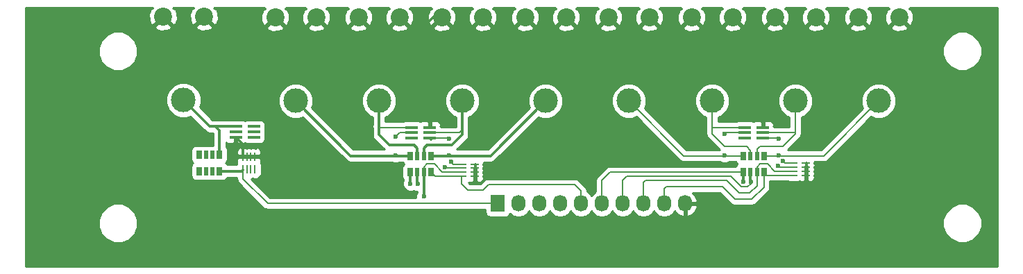
<source format=gbr>
G04 #@! TF.FileFunction,Copper,L1,Top,Signal*
%FSLAX46Y46*%
G04 Gerber Fmt 4.6, Leading zero omitted, Abs format (unit mm)*
G04 Created by KiCad (PCBNEW 4.0.2-stable) date 15/05/2017 14:24:20*
%MOMM*%
G01*
G04 APERTURE LIST*
%ADD10C,0.100000*%
%ADD11R,1.727200X2.032000*%
%ADD12O,1.727200X2.032000*%
%ADD13R,0.500000X1.000000*%
%ADD14R,0.700000X1.000000*%
%ADD15R,1.500000X0.350000*%
%ADD16R,1.000000X0.250000*%
%ADD17R,0.250000X1.000000*%
%ADD18C,2.200000*%
%ADD19C,3.000000*%
%ADD20C,1.000000*%
%ADD21C,0.600000*%
%ADD22C,0.300000*%
%ADD23C,0.200000*%
%ADD24C,0.254000*%
G04 APERTURE END LIST*
D10*
D11*
X147320000Y-70612000D03*
D12*
X149860000Y-70612000D03*
X152400000Y-70612000D03*
X154940000Y-70612000D03*
X157480000Y-70612000D03*
X160020000Y-70612000D03*
X162560000Y-70612000D03*
X165100000Y-70612000D03*
X167640000Y-70612000D03*
X170180000Y-70612000D03*
D13*
X178962000Y-64786000D03*
X178962000Y-66786000D03*
X178162000Y-64786000D03*
X178162000Y-66786000D03*
D14*
X179812000Y-64786000D03*
X177312000Y-64786000D03*
X177312000Y-66786000D03*
X179812000Y-66786000D03*
D13*
X138322000Y-64786000D03*
X138322000Y-66786000D03*
X137522000Y-64786000D03*
X137522000Y-66786000D03*
D14*
X139172000Y-64786000D03*
X136672000Y-64786000D03*
X136672000Y-66786000D03*
X139172000Y-66786000D03*
D13*
X112541000Y-64659000D03*
X112541000Y-66659000D03*
X111741000Y-64659000D03*
X111741000Y-66659000D03*
D14*
X113391000Y-64659000D03*
X110891000Y-64659000D03*
X110891000Y-66659000D03*
X113391000Y-66659000D03*
D15*
X177462000Y-62626000D03*
X177462000Y-61976000D03*
X177462000Y-61326000D03*
X179662000Y-61326000D03*
X179662000Y-61976000D03*
X179662000Y-62626000D03*
X179662000Y-62626000D03*
X179662000Y-61976000D03*
X179662000Y-61326000D03*
X177462000Y-61326000D03*
X177462000Y-61976000D03*
X177462000Y-62626000D03*
X136822000Y-62626000D03*
X136822000Y-61976000D03*
X136822000Y-61326000D03*
X139022000Y-61326000D03*
X139022000Y-61976000D03*
X139022000Y-62626000D03*
X139022000Y-62626000D03*
X139022000Y-61976000D03*
X139022000Y-61326000D03*
X136822000Y-61326000D03*
X136822000Y-61976000D03*
X136822000Y-62626000D03*
D16*
X144539000Y-66798000D03*
X144539000Y-66298000D03*
X144539000Y-65798000D03*
X144539000Y-67298000D03*
X142989000Y-67298000D03*
X142989000Y-65798000D03*
X142989000Y-66298000D03*
X142989000Y-66798000D03*
X184925000Y-66671000D03*
X184925000Y-66171000D03*
X184925000Y-65671000D03*
X184925000Y-67171000D03*
X183375000Y-67171000D03*
X183375000Y-65671000D03*
X183375000Y-66171000D03*
X183375000Y-66671000D03*
D15*
X117559000Y-61199000D03*
X117559000Y-61849000D03*
X117559000Y-62499000D03*
X115359000Y-62499000D03*
X115359000Y-61849000D03*
X115359000Y-61199000D03*
X115359000Y-61199000D03*
X115359000Y-61849000D03*
X115359000Y-62499000D03*
X117559000Y-62499000D03*
X117559000Y-61849000D03*
X117559000Y-61199000D03*
D17*
X117217000Y-64884000D03*
X116717000Y-64884000D03*
X116217000Y-64884000D03*
X117717000Y-64884000D03*
X117717000Y-66434000D03*
X116217000Y-66434000D03*
X116717000Y-66434000D03*
X117217000Y-66434000D03*
D18*
X106500000Y-47800000D03*
D19*
X109000000Y-58000000D03*
D18*
X111500000Y-47800000D03*
X120182000Y-47886000D03*
D19*
X122682000Y-58086000D03*
D18*
X125182000Y-47886000D03*
X130342000Y-47886000D03*
D19*
X132842000Y-58086000D03*
D18*
X135342000Y-47886000D03*
X140502000Y-47886000D03*
D19*
X143002000Y-58086000D03*
D18*
X145502000Y-47886000D03*
X150662000Y-47886000D03*
D19*
X153162000Y-58086000D03*
D18*
X155662000Y-47886000D03*
X160822000Y-47886000D03*
D19*
X163322000Y-58086000D03*
D18*
X165822000Y-47886000D03*
X170982000Y-47886000D03*
D19*
X173482000Y-58086000D03*
D18*
X175982000Y-47886000D03*
X181142000Y-47886000D03*
D19*
X183642000Y-58086000D03*
D18*
X186142000Y-47886000D03*
X191302000Y-47886000D03*
D19*
X193802000Y-58086000D03*
D18*
X196302000Y-47886000D03*
D20*
X205740000Y-48260000D03*
X205740000Y-60960000D03*
X205740000Y-68580000D03*
X200660000Y-76200000D03*
X185420000Y-76200000D03*
X170180000Y-76200000D03*
X154940000Y-76200000D03*
X137160000Y-76200000D03*
X121920000Y-76200000D03*
X106680000Y-76200000D03*
X91440000Y-76200000D03*
X91440000Y-60960000D03*
X91440000Y-48260000D03*
D21*
X119126000Y-63500000D03*
X144653000Y-68072000D03*
X137922000Y-59182000D03*
X137795000Y-49530000D03*
X188849000Y-51181000D03*
X181610000Y-64770000D03*
X181610000Y-62738000D03*
X175006000Y-64770000D03*
X175006000Y-62103000D03*
X141351000Y-64770000D03*
X141351000Y-62738000D03*
X134874000Y-64770000D03*
X134874000Y-62484000D03*
X182118000Y-65405000D03*
X177292000Y-67945000D03*
X178181000Y-67945000D03*
X181483000Y-66040000D03*
X136652000Y-68199000D03*
X141605000Y-65532000D03*
X137541000Y-68199000D03*
X140843000Y-66167000D03*
X138303000Y-69723000D03*
D22*
X205740000Y-68580000D02*
X205740000Y-60960000D01*
X185420000Y-76200000D02*
X200660000Y-76200000D01*
X154940000Y-76200000D02*
X170180000Y-76200000D01*
X121920000Y-76200000D02*
X137160000Y-76200000D01*
X91440000Y-76200000D02*
X106680000Y-76200000D01*
X91440000Y-48260000D02*
X91440000Y-60960000D01*
D23*
X179662000Y-61326000D02*
X179662000Y-60790000D01*
X179662000Y-60790000D02*
X179578000Y-60706000D01*
X185000000Y-67171000D02*
X185000000Y-66671000D01*
X185000000Y-66171000D02*
X185000000Y-66714000D01*
X185000000Y-66714000D02*
X184912000Y-66802000D01*
D22*
X116217000Y-63500000D02*
X119126000Y-63500000D01*
X116217000Y-64809000D02*
X116217000Y-63500000D01*
X116217000Y-63500000D02*
X116217000Y-63357000D01*
X116217000Y-63357000D02*
X115359000Y-62499000D01*
X144614000Y-68033000D02*
X144653000Y-68072000D01*
X144614000Y-67298000D02*
X144614000Y-68033000D01*
X144653000Y-68072000D02*
X144614000Y-68033000D01*
X144614000Y-67298000D02*
X144614000Y-66798000D01*
X144614000Y-66798000D02*
X144614000Y-66298000D01*
X144614000Y-65798000D02*
X144614000Y-66298000D01*
X139022000Y-61326000D02*
X139022000Y-59774000D01*
X138430000Y-59182000D02*
X137922000Y-59182000D01*
X139022000Y-59774000D02*
X138430000Y-59182000D01*
X140502000Y-47886000D02*
X139439000Y-47886000D01*
X139439000Y-47886000D02*
X137795000Y-49530000D01*
X185000000Y-65671000D02*
X185000000Y-66171000D01*
D23*
X187102000Y-64786000D02*
X193802000Y-58086000D01*
X181610000Y-64786000D02*
X187102000Y-64786000D01*
X179662000Y-62626000D02*
X181498000Y-62626000D01*
X181498000Y-62626000D02*
X181610000Y-62738000D01*
X181610000Y-64770000D02*
X181610000Y-64786000D01*
X181610000Y-64786000D02*
X181610000Y-64770000D01*
X181610000Y-64770000D02*
X181610000Y-64786000D01*
X179812000Y-64786000D02*
X181610000Y-64786000D01*
X183642000Y-61849000D02*
X183642000Y-58086000D01*
X183642000Y-61976000D02*
X183642000Y-61849000D01*
X183642000Y-62103000D02*
X183642000Y-61849000D01*
X182118000Y-63627000D02*
X183642000Y-62103000D01*
X178962000Y-64786000D02*
X178962000Y-63989000D01*
X178962000Y-63989000D02*
X179324000Y-63627000D01*
X179324000Y-63627000D02*
X182118000Y-63627000D01*
X179662000Y-61976000D02*
X183642000Y-61976000D01*
X173482000Y-61341000D02*
X173482000Y-58086000D01*
X173482000Y-61326000D02*
X173482000Y-61341000D01*
X173482000Y-62103000D02*
X173482000Y-61341000D01*
X175006000Y-63627000D02*
X173482000Y-62103000D01*
X178162000Y-64786000D02*
X178162000Y-64116000D01*
X178162000Y-64116000D02*
X177673000Y-63627000D01*
X177673000Y-63627000D02*
X175006000Y-63627000D01*
X177462000Y-61326000D02*
X173482000Y-61326000D01*
X170022000Y-64786000D02*
X163322000Y-58086000D01*
X175006000Y-64770000D02*
X175006000Y-64786000D01*
X175006000Y-64786000D02*
X175006000Y-64770000D01*
X175006000Y-64770000D02*
X175006000Y-64786000D01*
X175006000Y-64786000D02*
X170022000Y-64786000D01*
X175006000Y-61976000D02*
X175006000Y-62103000D01*
X177312000Y-64786000D02*
X175006000Y-64786000D01*
X177462000Y-61976000D02*
X175006000Y-61976000D01*
X139022000Y-62626000D02*
X141239000Y-62626000D01*
X141239000Y-62626000D02*
X141351000Y-62738000D01*
X141351000Y-64770000D02*
X141351000Y-64786000D01*
X141351000Y-64786000D02*
X141351000Y-64770000D01*
X141351000Y-64770000D02*
X141351000Y-64786000D01*
D22*
X139172000Y-64786000D02*
X141351000Y-64786000D01*
X141351000Y-64786000D02*
X146462000Y-64786000D01*
X146462000Y-64786000D02*
X153162000Y-58086000D01*
X139172000Y-62776000D02*
X139022000Y-62626000D01*
D23*
X139022000Y-61976000D02*
X142621000Y-61976000D01*
X142621000Y-61976000D02*
X143002000Y-61595000D01*
D22*
X138322000Y-64786000D02*
X138322000Y-63862000D01*
X143002000Y-62230000D02*
X143002000Y-61595000D01*
X143002000Y-61595000D02*
X143002000Y-58086000D01*
X141732000Y-63500000D02*
X143002000Y-62230000D01*
X138684000Y-63500000D02*
X141732000Y-63500000D01*
X138322000Y-63862000D02*
X138684000Y-63500000D01*
D23*
X136822000Y-61326000D02*
X132842000Y-61326000D01*
X132715000Y-61214000D02*
X132842000Y-61214000D01*
X132730000Y-61214000D02*
X132715000Y-61214000D01*
X132842000Y-61326000D02*
X132730000Y-61214000D01*
D22*
X137522000Y-64786000D02*
X137522000Y-63862000D01*
X132842000Y-62230000D02*
X132842000Y-61214000D01*
X132842000Y-61214000D02*
X132842000Y-58086000D01*
X134112000Y-63500000D02*
X132842000Y-62230000D01*
X137160000Y-63500000D02*
X134112000Y-63500000D01*
X137522000Y-63862000D02*
X137160000Y-63500000D01*
D23*
X136822000Y-61976000D02*
X135382000Y-61976000D01*
X135382000Y-61976000D02*
X134874000Y-62484000D01*
X134874000Y-64770000D02*
X134874000Y-64786000D01*
X134874000Y-64786000D02*
X134874000Y-64770000D01*
X134874000Y-64770000D02*
X134874000Y-64786000D01*
D22*
X136672000Y-64786000D02*
X134874000Y-64786000D01*
X134874000Y-64786000D02*
X129382000Y-64786000D01*
X129382000Y-64786000D02*
X122682000Y-58086000D01*
X113391000Y-64659000D02*
X113391000Y-61702000D01*
X113391000Y-61702000D02*
X112888000Y-61199000D01*
X115359000Y-61199000D02*
X112888000Y-61199000D01*
X112888000Y-61199000D02*
X112199000Y-61199000D01*
X112199000Y-61199000D02*
X109000000Y-58000000D01*
D23*
X179812000Y-66786000D02*
X179812000Y-68600000D01*
X179812000Y-68600000D02*
X178308000Y-70104000D01*
X180197000Y-67171000D02*
X179812000Y-66786000D01*
X183300000Y-67171000D02*
X180197000Y-67171000D01*
X178308000Y-70104000D02*
X176276000Y-70104000D01*
X167640000Y-68834000D02*
X167640000Y-70612000D01*
X167894000Y-68580000D02*
X167640000Y-68834000D01*
X174752000Y-68580000D02*
X167894000Y-68580000D01*
X176276000Y-70104000D02*
X174752000Y-68580000D01*
X183300000Y-65671000D02*
X182384000Y-65671000D01*
X182384000Y-65671000D02*
X182118000Y-65405000D01*
X177312000Y-66786000D02*
X161052000Y-66786000D01*
X161052000Y-66786000D02*
X160020000Y-67818000D01*
X177292000Y-67945000D02*
X177312000Y-67945000D01*
X177312000Y-67945000D02*
X177292000Y-67945000D01*
X177292000Y-67945000D02*
X177312000Y-67945000D01*
D22*
X177312000Y-67945000D02*
X177312000Y-66786000D01*
D23*
X160020000Y-67818000D02*
X160020000Y-70612000D01*
X183300000Y-66171000D02*
X181614000Y-66171000D01*
X181614000Y-66171000D02*
X181483000Y-66040000D01*
X178181000Y-67945000D02*
X178181000Y-68199000D01*
X178181000Y-68199000D02*
X177800000Y-68580000D01*
X178181000Y-67945000D02*
X178162000Y-67945000D01*
X178162000Y-67945000D02*
X178181000Y-67945000D01*
X178181000Y-67945000D02*
X178162000Y-67945000D01*
D22*
X178162000Y-67945000D02*
X178162000Y-66786000D01*
D23*
X177800000Y-68580000D02*
X177038000Y-68580000D01*
X162560000Y-67818000D02*
X162560000Y-70612000D01*
X163068000Y-67310000D02*
X162560000Y-67818000D01*
X175768000Y-67310000D02*
X163068000Y-67310000D01*
X177038000Y-68580000D02*
X175768000Y-67310000D01*
X178962000Y-66786000D02*
X178962000Y-68434000D01*
X178962000Y-68434000D02*
X178054000Y-69342000D01*
X178962000Y-66786000D02*
X178962000Y-66148000D01*
X178962000Y-66148000D02*
X179324000Y-65786000D01*
X179324000Y-65786000D02*
X180213000Y-65786000D01*
X181098000Y-66671000D02*
X183300000Y-66671000D01*
X180213000Y-65786000D02*
X181098000Y-66671000D01*
X178054000Y-69342000D02*
X176784000Y-69342000D01*
X165100000Y-68072000D02*
X165100000Y-70612000D01*
X165354000Y-67818000D02*
X165100000Y-68072000D01*
X175260000Y-67818000D02*
X165354000Y-67818000D01*
X176784000Y-69342000D02*
X175260000Y-67818000D01*
X139684000Y-67298000D02*
X139172000Y-66786000D01*
X142914000Y-68238000D02*
X142914000Y-67298000D01*
X143637000Y-68961000D02*
X142914000Y-68238000D01*
X145542000Y-68961000D02*
X143637000Y-68961000D01*
X146177000Y-68326000D02*
X145542000Y-68961000D01*
X156718000Y-68326000D02*
X146177000Y-68326000D01*
X142914000Y-67298000D02*
X139684000Y-67298000D01*
X157480000Y-69088000D02*
X156718000Y-68326000D01*
X157480000Y-70612000D02*
X157480000Y-69088000D01*
X157484000Y-70616000D02*
X157480000Y-70612000D01*
D22*
X136672000Y-66786000D02*
X136672000Y-68179000D01*
D23*
X136672000Y-68179000D02*
X136652000Y-68199000D01*
X136652000Y-68199000D02*
X136672000Y-68199000D01*
X136672000Y-68199000D02*
X136652000Y-68199000D01*
X136652000Y-68199000D02*
X136672000Y-68199000D01*
D22*
X136672000Y-68199000D02*
X136672000Y-66786000D01*
D23*
X141871000Y-65798000D02*
X141605000Y-65532000D01*
X142914000Y-65798000D02*
X141871000Y-65798000D01*
X137541000Y-68199000D02*
X137522000Y-68199000D01*
X137522000Y-68199000D02*
X137541000Y-68199000D01*
X137541000Y-68199000D02*
X137522000Y-68199000D01*
X137541000Y-68072000D02*
X137522000Y-68072000D01*
X137522000Y-68072000D02*
X137541000Y-68072000D01*
X137541000Y-68072000D02*
X137522000Y-68072000D01*
D22*
X137522000Y-68199000D02*
X137522000Y-68072000D01*
X137522000Y-68072000D02*
X137522000Y-66786000D01*
D23*
X140974000Y-66298000D02*
X140843000Y-66167000D01*
X142914000Y-66298000D02*
X140974000Y-66298000D01*
D22*
X138322000Y-69704000D02*
X138322000Y-66786000D01*
X138303000Y-69723000D02*
X138322000Y-69704000D01*
D23*
X138430000Y-66894000D02*
X138322000Y-66786000D01*
X138322000Y-66148000D02*
X138322000Y-66786000D01*
X138684000Y-65786000D02*
X138322000Y-66148000D01*
X139573000Y-65786000D02*
X138684000Y-65786000D01*
X140585000Y-66798000D02*
X139573000Y-65786000D01*
X142914000Y-66798000D02*
X140585000Y-66798000D01*
X116217000Y-66509000D02*
X116217000Y-67576000D01*
X116217000Y-67576000D02*
X119253000Y-70612000D01*
D22*
X113391000Y-66659000D02*
X116067000Y-66659000D01*
X116067000Y-66659000D02*
X116217000Y-66509000D01*
D23*
X119253000Y-70612000D02*
X147320000Y-70612000D01*
D24*
G36*
X105275130Y-46754738D02*
X104997901Y-46865641D01*
X104754677Y-47511593D01*
X104777164Y-48201453D01*
X104997901Y-48734359D01*
X105275132Y-48845263D01*
X106320395Y-47800000D01*
X106306253Y-47785858D01*
X106485858Y-47606253D01*
X106500000Y-47620395D01*
X106514143Y-47606253D01*
X106693748Y-47785858D01*
X106679605Y-47800000D01*
X107724868Y-48845263D01*
X108002099Y-48734359D01*
X108245323Y-48088407D01*
X108222836Y-47398547D01*
X108002099Y-46865641D01*
X107724870Y-46754738D01*
X107769608Y-46710000D01*
X110230392Y-46710000D01*
X110275130Y-46754738D01*
X109997901Y-46865641D01*
X109754677Y-47511593D01*
X109777164Y-48201453D01*
X109997901Y-48734359D01*
X110275132Y-48845263D01*
X111320395Y-47800000D01*
X111306253Y-47785858D01*
X111485858Y-47606253D01*
X111500000Y-47620395D01*
X111514143Y-47606253D01*
X111693748Y-47785858D01*
X111679605Y-47800000D01*
X112724868Y-48845263D01*
X113002099Y-48734359D01*
X113245323Y-48088407D01*
X113222836Y-47398547D01*
X113002099Y-46865641D01*
X112724870Y-46754738D01*
X112769608Y-46710000D01*
X118859788Y-46710000D01*
X118843090Y-46726698D01*
X118957130Y-46840738D01*
X118679901Y-46951641D01*
X118436677Y-47597593D01*
X118459164Y-48287453D01*
X118679901Y-48820359D01*
X118957132Y-48931263D01*
X120002395Y-47886000D01*
X119988253Y-47871858D01*
X120167858Y-47692253D01*
X120182000Y-47706395D01*
X120196143Y-47692253D01*
X120375748Y-47871858D01*
X120361605Y-47886000D01*
X121406868Y-48931263D01*
X121684099Y-48820359D01*
X121927323Y-48174407D01*
X121904836Y-47484547D01*
X121684099Y-46951641D01*
X121406870Y-46840738D01*
X121520910Y-46726698D01*
X121504212Y-46710000D01*
X123859788Y-46710000D01*
X123843090Y-46726698D01*
X123957130Y-46840738D01*
X123679901Y-46951641D01*
X123436677Y-47597593D01*
X123459164Y-48287453D01*
X123679901Y-48820359D01*
X123957132Y-48931263D01*
X125002395Y-47886000D01*
X124988253Y-47871858D01*
X125167858Y-47692253D01*
X125182000Y-47706395D01*
X125196143Y-47692253D01*
X125375748Y-47871858D01*
X125361605Y-47886000D01*
X126406868Y-48931263D01*
X126684099Y-48820359D01*
X126927323Y-48174407D01*
X126904836Y-47484547D01*
X126684099Y-46951641D01*
X126406870Y-46840738D01*
X126520910Y-46726698D01*
X126504212Y-46710000D01*
X129019788Y-46710000D01*
X129003090Y-46726698D01*
X129117130Y-46840738D01*
X128839901Y-46951641D01*
X128596677Y-47597593D01*
X128619164Y-48287453D01*
X128839901Y-48820359D01*
X129117132Y-48931263D01*
X130162395Y-47886000D01*
X130148253Y-47871858D01*
X130327858Y-47692253D01*
X130342000Y-47706395D01*
X130356143Y-47692253D01*
X130535748Y-47871858D01*
X130521605Y-47886000D01*
X131566868Y-48931263D01*
X131844099Y-48820359D01*
X132087323Y-48174407D01*
X132064836Y-47484547D01*
X131844099Y-46951641D01*
X131566870Y-46840738D01*
X131680910Y-46726698D01*
X131664212Y-46710000D01*
X134019788Y-46710000D01*
X134003090Y-46726698D01*
X134117130Y-46840738D01*
X133839901Y-46951641D01*
X133596677Y-47597593D01*
X133619164Y-48287453D01*
X133839901Y-48820359D01*
X134117132Y-48931263D01*
X135162395Y-47886000D01*
X135148253Y-47871858D01*
X135327858Y-47692253D01*
X135342000Y-47706395D01*
X135356143Y-47692253D01*
X135535748Y-47871858D01*
X135521605Y-47886000D01*
X136566868Y-48931263D01*
X136844099Y-48820359D01*
X137087323Y-48174407D01*
X137064836Y-47484547D01*
X136844099Y-46951641D01*
X136566870Y-46840738D01*
X136680910Y-46726698D01*
X136664212Y-46710000D01*
X139179788Y-46710000D01*
X139163090Y-46726698D01*
X139277130Y-46840738D01*
X138999901Y-46951641D01*
X138756677Y-47597593D01*
X138779164Y-48287453D01*
X138999901Y-48820359D01*
X139277132Y-48931263D01*
X140322395Y-47886000D01*
X140308253Y-47871858D01*
X140487858Y-47692253D01*
X140502000Y-47706395D01*
X140516143Y-47692253D01*
X140695748Y-47871858D01*
X140681605Y-47886000D01*
X141726868Y-48931263D01*
X142004099Y-48820359D01*
X142247323Y-48174407D01*
X142224836Y-47484547D01*
X142004099Y-46951641D01*
X141726870Y-46840738D01*
X141840910Y-46726698D01*
X141824212Y-46710000D01*
X144179788Y-46710000D01*
X144163090Y-46726698D01*
X144277130Y-46840738D01*
X143999901Y-46951641D01*
X143756677Y-47597593D01*
X143779164Y-48287453D01*
X143999901Y-48820359D01*
X144277132Y-48931263D01*
X145322395Y-47886000D01*
X145308253Y-47871858D01*
X145487858Y-47692253D01*
X145502000Y-47706395D01*
X145516143Y-47692253D01*
X145695748Y-47871858D01*
X145681605Y-47886000D01*
X146726868Y-48931263D01*
X147004099Y-48820359D01*
X147247323Y-48174407D01*
X147224836Y-47484547D01*
X147004099Y-46951641D01*
X146726870Y-46840738D01*
X146840910Y-46726698D01*
X146824212Y-46710000D01*
X149339788Y-46710000D01*
X149323090Y-46726698D01*
X149437130Y-46840738D01*
X149159901Y-46951641D01*
X148916677Y-47597593D01*
X148939164Y-48287453D01*
X149159901Y-48820359D01*
X149437132Y-48931263D01*
X150482395Y-47886000D01*
X150468253Y-47871858D01*
X150647858Y-47692253D01*
X150662000Y-47706395D01*
X150676143Y-47692253D01*
X150855748Y-47871858D01*
X150841605Y-47886000D01*
X151886868Y-48931263D01*
X152164099Y-48820359D01*
X152407323Y-48174407D01*
X152384836Y-47484547D01*
X152164099Y-46951641D01*
X151886870Y-46840738D01*
X152000910Y-46726698D01*
X151984212Y-46710000D01*
X154339788Y-46710000D01*
X154323090Y-46726698D01*
X154437130Y-46840738D01*
X154159901Y-46951641D01*
X153916677Y-47597593D01*
X153939164Y-48287453D01*
X154159901Y-48820359D01*
X154437132Y-48931263D01*
X155482395Y-47886000D01*
X155468253Y-47871858D01*
X155647858Y-47692253D01*
X155662000Y-47706395D01*
X155676143Y-47692253D01*
X155855748Y-47871858D01*
X155841605Y-47886000D01*
X156886868Y-48931263D01*
X157164099Y-48820359D01*
X157407323Y-48174407D01*
X157384836Y-47484547D01*
X157164099Y-46951641D01*
X156886870Y-46840738D01*
X157000910Y-46726698D01*
X156984212Y-46710000D01*
X159499788Y-46710000D01*
X159483090Y-46726698D01*
X159597130Y-46840738D01*
X159319901Y-46951641D01*
X159076677Y-47597593D01*
X159099164Y-48287453D01*
X159319901Y-48820359D01*
X159597132Y-48931263D01*
X160642395Y-47886000D01*
X160628253Y-47871858D01*
X160807858Y-47692253D01*
X160822000Y-47706395D01*
X160836143Y-47692253D01*
X161015748Y-47871858D01*
X161001605Y-47886000D01*
X162046868Y-48931263D01*
X162324099Y-48820359D01*
X162567323Y-48174407D01*
X162544836Y-47484547D01*
X162324099Y-46951641D01*
X162046870Y-46840738D01*
X162160910Y-46726698D01*
X162144212Y-46710000D01*
X164499788Y-46710000D01*
X164483090Y-46726698D01*
X164597130Y-46840738D01*
X164319901Y-46951641D01*
X164076677Y-47597593D01*
X164099164Y-48287453D01*
X164319901Y-48820359D01*
X164597132Y-48931263D01*
X165642395Y-47886000D01*
X165628253Y-47871858D01*
X165807858Y-47692253D01*
X165822000Y-47706395D01*
X165836143Y-47692253D01*
X166015748Y-47871858D01*
X166001605Y-47886000D01*
X167046868Y-48931263D01*
X167324099Y-48820359D01*
X167567323Y-48174407D01*
X167544836Y-47484547D01*
X167324099Y-46951641D01*
X167046870Y-46840738D01*
X167160910Y-46726698D01*
X167144212Y-46710000D01*
X169659788Y-46710000D01*
X169643090Y-46726698D01*
X169757130Y-46840738D01*
X169479901Y-46951641D01*
X169236677Y-47597593D01*
X169259164Y-48287453D01*
X169479901Y-48820359D01*
X169757132Y-48931263D01*
X170802395Y-47886000D01*
X170788253Y-47871858D01*
X170967858Y-47692253D01*
X170982000Y-47706395D01*
X170996143Y-47692253D01*
X171175748Y-47871858D01*
X171161605Y-47886000D01*
X172206868Y-48931263D01*
X172484099Y-48820359D01*
X172727323Y-48174407D01*
X172704836Y-47484547D01*
X172484099Y-46951641D01*
X172206870Y-46840738D01*
X172320910Y-46726698D01*
X172304212Y-46710000D01*
X174659788Y-46710000D01*
X174643090Y-46726698D01*
X174757130Y-46840738D01*
X174479901Y-46951641D01*
X174236677Y-47597593D01*
X174259164Y-48287453D01*
X174479901Y-48820359D01*
X174757132Y-48931263D01*
X175802395Y-47886000D01*
X175788253Y-47871858D01*
X175967858Y-47692253D01*
X175982000Y-47706395D01*
X175996143Y-47692253D01*
X176175748Y-47871858D01*
X176161605Y-47886000D01*
X177206868Y-48931263D01*
X177484099Y-48820359D01*
X177727323Y-48174407D01*
X177704836Y-47484547D01*
X177484099Y-46951641D01*
X177206870Y-46840738D01*
X177320910Y-46726698D01*
X177304212Y-46710000D01*
X179819788Y-46710000D01*
X179803090Y-46726698D01*
X179917130Y-46840738D01*
X179639901Y-46951641D01*
X179396677Y-47597593D01*
X179419164Y-48287453D01*
X179639901Y-48820359D01*
X179917132Y-48931263D01*
X180962395Y-47886000D01*
X180948253Y-47871858D01*
X181127858Y-47692253D01*
X181142000Y-47706395D01*
X181156143Y-47692253D01*
X181335748Y-47871858D01*
X181321605Y-47886000D01*
X182366868Y-48931263D01*
X182644099Y-48820359D01*
X182887323Y-48174407D01*
X182864836Y-47484547D01*
X182644099Y-46951641D01*
X182366870Y-46840738D01*
X182480910Y-46726698D01*
X182464212Y-46710000D01*
X184819788Y-46710000D01*
X184803090Y-46726698D01*
X184917130Y-46840738D01*
X184639901Y-46951641D01*
X184396677Y-47597593D01*
X184419164Y-48287453D01*
X184639901Y-48820359D01*
X184917132Y-48931263D01*
X185962395Y-47886000D01*
X185948253Y-47871858D01*
X186127858Y-47692253D01*
X186142000Y-47706395D01*
X186156143Y-47692253D01*
X186335748Y-47871858D01*
X186321605Y-47886000D01*
X187366868Y-48931263D01*
X187644099Y-48820359D01*
X187887323Y-48174407D01*
X187864836Y-47484547D01*
X187644099Y-46951641D01*
X187366870Y-46840738D01*
X187480910Y-46726698D01*
X187464212Y-46710000D01*
X189979788Y-46710000D01*
X189963090Y-46726698D01*
X190077130Y-46840738D01*
X189799901Y-46951641D01*
X189556677Y-47597593D01*
X189579164Y-48287453D01*
X189799901Y-48820359D01*
X190077132Y-48931263D01*
X191122395Y-47886000D01*
X191108253Y-47871858D01*
X191287858Y-47692253D01*
X191302000Y-47706395D01*
X191316143Y-47692253D01*
X191495748Y-47871858D01*
X191481605Y-47886000D01*
X192526868Y-48931263D01*
X192804099Y-48820359D01*
X193047323Y-48174407D01*
X193024836Y-47484547D01*
X192804099Y-46951641D01*
X192526870Y-46840738D01*
X192640910Y-46726698D01*
X192624212Y-46710000D01*
X194979788Y-46710000D01*
X194963090Y-46726698D01*
X195077130Y-46840738D01*
X194799901Y-46951641D01*
X194556677Y-47597593D01*
X194579164Y-48287453D01*
X194799901Y-48820359D01*
X195077132Y-48931263D01*
X196122395Y-47886000D01*
X196108253Y-47871858D01*
X196287858Y-47692253D01*
X196302000Y-47706395D01*
X196316143Y-47692253D01*
X196495748Y-47871858D01*
X196481605Y-47886000D01*
X197526868Y-48931263D01*
X197804099Y-48820359D01*
X198047323Y-48174407D01*
X198024836Y-47484547D01*
X197804099Y-46951641D01*
X197526870Y-46840738D01*
X197640910Y-46726698D01*
X197624212Y-46710000D01*
X208290000Y-46710000D01*
X208290000Y-78290000D01*
X89710000Y-78290000D01*
X89710000Y-73472325D01*
X98614587Y-73472325D01*
X98976916Y-74349229D01*
X99647242Y-75020726D01*
X100523513Y-75384585D01*
X101472325Y-75385413D01*
X102349229Y-75023084D01*
X103020726Y-74352758D01*
X103384585Y-73476487D01*
X103384588Y-73472325D01*
X201614587Y-73472325D01*
X201976916Y-74349229D01*
X202647242Y-75020726D01*
X203523513Y-75384585D01*
X204472325Y-75385413D01*
X205349229Y-75023084D01*
X206020726Y-74352758D01*
X206384585Y-73476487D01*
X206385413Y-72527675D01*
X206023084Y-71650771D01*
X205352758Y-70979274D01*
X204476487Y-70615415D01*
X203527675Y-70614587D01*
X202650771Y-70976916D01*
X201979274Y-71647242D01*
X201615415Y-72523513D01*
X201614587Y-73472325D01*
X103384588Y-73472325D01*
X103385413Y-72527675D01*
X103023084Y-71650771D01*
X102352758Y-70979274D01*
X101476487Y-70615415D01*
X100527675Y-70614587D01*
X99650771Y-70976916D01*
X98979274Y-71647242D01*
X98615415Y-72523513D01*
X98614587Y-73472325D01*
X89710000Y-73472325D01*
X89710000Y-58422815D01*
X106864630Y-58422815D01*
X107188980Y-59207800D01*
X107789041Y-59808909D01*
X108573459Y-60134628D01*
X109422815Y-60135370D01*
X109849082Y-59959240D01*
X111643921Y-61754079D01*
X111898593Y-61924245D01*
X112199000Y-61984000D01*
X112562842Y-61984000D01*
X112606000Y-62027158D01*
X112606000Y-63511560D01*
X112291000Y-63511560D01*
X112135493Y-63540821D01*
X111991000Y-63511560D01*
X111491000Y-63511560D01*
X111361411Y-63535944D01*
X111241000Y-63511560D01*
X110541000Y-63511560D01*
X110305683Y-63555838D01*
X110089559Y-63694910D01*
X109944569Y-63907110D01*
X109893560Y-64159000D01*
X109893560Y-65159000D01*
X109937838Y-65394317D01*
X110076910Y-65610441D01*
X110146711Y-65658134D01*
X110089559Y-65694910D01*
X109944569Y-65907110D01*
X109893560Y-66159000D01*
X109893560Y-67159000D01*
X109937838Y-67394317D01*
X110076910Y-67610441D01*
X110289110Y-67755431D01*
X110541000Y-67806440D01*
X111241000Y-67806440D01*
X111370589Y-67782056D01*
X111491000Y-67806440D01*
X111991000Y-67806440D01*
X112146507Y-67777179D01*
X112291000Y-67806440D01*
X112791000Y-67806440D01*
X112920589Y-67782056D01*
X113041000Y-67806440D01*
X113741000Y-67806440D01*
X113976317Y-67762162D01*
X114192441Y-67623090D01*
X114314808Y-67444000D01*
X115482000Y-67444000D01*
X115482000Y-67576000D01*
X115527838Y-67806440D01*
X115537949Y-67857272D01*
X115697277Y-68095723D01*
X118733276Y-71131723D01*
X118971728Y-71291051D01*
X119253000Y-71347000D01*
X145808960Y-71347000D01*
X145808960Y-71628000D01*
X145853238Y-71863317D01*
X145992310Y-72079441D01*
X146204510Y-72224431D01*
X146456400Y-72275440D01*
X148183600Y-72275440D01*
X148418917Y-72231162D01*
X148635041Y-72092090D01*
X148780031Y-71879890D01*
X148788400Y-71838561D01*
X148800330Y-71856415D01*
X149286511Y-72181271D01*
X149860000Y-72295345D01*
X150433489Y-72181271D01*
X150919670Y-71856415D01*
X151130000Y-71541634D01*
X151340330Y-71856415D01*
X151826511Y-72181271D01*
X152400000Y-72295345D01*
X152973489Y-72181271D01*
X153459670Y-71856415D01*
X153670000Y-71541634D01*
X153880330Y-71856415D01*
X154366511Y-72181271D01*
X154940000Y-72295345D01*
X155513489Y-72181271D01*
X155999670Y-71856415D01*
X156210000Y-71541634D01*
X156420330Y-71856415D01*
X156906511Y-72181271D01*
X157480000Y-72295345D01*
X158053489Y-72181271D01*
X158539670Y-71856415D01*
X158750000Y-71541634D01*
X158960330Y-71856415D01*
X159446511Y-72181271D01*
X160020000Y-72295345D01*
X160593489Y-72181271D01*
X161079670Y-71856415D01*
X161290000Y-71541634D01*
X161500330Y-71856415D01*
X161986511Y-72181271D01*
X162560000Y-72295345D01*
X163133489Y-72181271D01*
X163619670Y-71856415D01*
X163830000Y-71541634D01*
X164040330Y-71856415D01*
X164526511Y-72181271D01*
X165100000Y-72295345D01*
X165673489Y-72181271D01*
X166159670Y-71856415D01*
X166370000Y-71541634D01*
X166580330Y-71856415D01*
X167066511Y-72181271D01*
X167640000Y-72295345D01*
X168213489Y-72181271D01*
X168699670Y-71856415D01*
X168906461Y-71546931D01*
X169277964Y-71962732D01*
X169805209Y-72216709D01*
X169820974Y-72219358D01*
X170053000Y-72098217D01*
X170053000Y-70739000D01*
X170307000Y-70739000D01*
X170307000Y-72098217D01*
X170539026Y-72219358D01*
X170554791Y-72216709D01*
X171082036Y-71962732D01*
X171471954Y-71526320D01*
X171665184Y-70973913D01*
X171520924Y-70739000D01*
X170307000Y-70739000D01*
X170053000Y-70739000D01*
X170033000Y-70739000D01*
X170033000Y-70485000D01*
X170053000Y-70485000D01*
X170053000Y-70465000D01*
X170307000Y-70465000D01*
X170307000Y-70485000D01*
X171520924Y-70485000D01*
X171665184Y-70250087D01*
X171471954Y-69697680D01*
X171130044Y-69315000D01*
X174447554Y-69315000D01*
X175756276Y-70623723D01*
X175994727Y-70783051D01*
X176041394Y-70792333D01*
X176276000Y-70839000D01*
X178308000Y-70839000D01*
X178589272Y-70783051D01*
X178827723Y-70623723D01*
X180331723Y-69119724D01*
X180491051Y-68881272D01*
X180502786Y-68822276D01*
X180547000Y-68600000D01*
X180547000Y-67906000D01*
X182690116Y-67906000D01*
X182875000Y-67943440D01*
X183875000Y-67943440D01*
X184110317Y-67899162D01*
X184153987Y-67871061D01*
X184298691Y-67931000D01*
X184639250Y-67931000D01*
X184798000Y-67772250D01*
X184798000Y-66046000D01*
X185052000Y-66046000D01*
X185052000Y-67772250D01*
X185210750Y-67931000D01*
X185551309Y-67931000D01*
X185784698Y-67834327D01*
X185963327Y-67655699D01*
X186060000Y-67422310D01*
X186060000Y-67392250D01*
X185901250Y-67233500D01*
X185885526Y-67233500D01*
X185963327Y-67155699D01*
X186040597Y-66969153D01*
X186060000Y-66949750D01*
X186060000Y-66892250D01*
X186040597Y-66872847D01*
X185963327Y-66686301D01*
X185948026Y-66671000D01*
X185963327Y-66655699D01*
X186040597Y-66469153D01*
X186060000Y-66449750D01*
X186060000Y-66392250D01*
X186040597Y-66372847D01*
X185963327Y-66186301D01*
X185948026Y-66171000D01*
X185963327Y-66155699D01*
X186040597Y-65969153D01*
X186060000Y-65949750D01*
X186060000Y-65892250D01*
X186040597Y-65872847D01*
X185963327Y-65686301D01*
X185885526Y-65608500D01*
X185901250Y-65608500D01*
X185988750Y-65521000D01*
X187102000Y-65521000D01*
X187383272Y-65465051D01*
X187621723Y-65305723D01*
X192903001Y-60024446D01*
X193375459Y-60220628D01*
X194224815Y-60221370D01*
X195009800Y-59897020D01*
X195610909Y-59296959D01*
X195936628Y-58512541D01*
X195937370Y-57663185D01*
X195613020Y-56878200D01*
X195012959Y-56277091D01*
X194228541Y-55951372D01*
X193379185Y-55950630D01*
X192594200Y-56274980D01*
X191993091Y-56875041D01*
X191667372Y-57659459D01*
X191666630Y-58508815D01*
X191863435Y-58985118D01*
X186797554Y-64051000D01*
X182733446Y-64051000D01*
X184161723Y-62622724D01*
X184321051Y-62384273D01*
X184338046Y-62298833D01*
X184377000Y-62103000D01*
X184377000Y-60092377D01*
X184849800Y-59897020D01*
X185450909Y-59296959D01*
X185776628Y-58512541D01*
X185777370Y-57663185D01*
X185453020Y-56878200D01*
X184852959Y-56277091D01*
X184068541Y-55951372D01*
X183219185Y-55950630D01*
X182434200Y-56274980D01*
X181833091Y-56875041D01*
X181507372Y-57659459D01*
X181506630Y-58508815D01*
X181830980Y-59293800D01*
X182431041Y-59894909D01*
X182907000Y-60092545D01*
X182907000Y-61241000D01*
X181047000Y-61241000D01*
X181047000Y-61198998D01*
X180927752Y-61198998D01*
X181047000Y-61079750D01*
X181047000Y-61024690D01*
X180950327Y-60791301D01*
X180771698Y-60612673D01*
X180538309Y-60516000D01*
X179947750Y-60516000D01*
X179789000Y-60674750D01*
X179789000Y-61153560D01*
X179535000Y-61153560D01*
X179535000Y-60674750D01*
X179376250Y-60516000D01*
X178785691Y-60516000D01*
X178552302Y-60612673D01*
X178550932Y-60614043D01*
X178463890Y-60554569D01*
X178212000Y-60503560D01*
X176712000Y-60503560D01*
X176476683Y-60547838D01*
X176409607Y-60591000D01*
X174217000Y-60591000D01*
X174217000Y-60092377D01*
X174689800Y-59897020D01*
X175290909Y-59296959D01*
X175616628Y-58512541D01*
X175617370Y-57663185D01*
X175293020Y-56878200D01*
X174692959Y-56277091D01*
X173908541Y-55951372D01*
X173059185Y-55950630D01*
X172274200Y-56274980D01*
X171673091Y-56875041D01*
X171347372Y-57659459D01*
X171346630Y-58508815D01*
X171670980Y-59293800D01*
X172271041Y-59894909D01*
X172747000Y-60092545D01*
X172747000Y-62103000D01*
X172785954Y-62298833D01*
X172802949Y-62384272D01*
X172962277Y-62622723D01*
X174390553Y-64051000D01*
X170326447Y-64051000D01*
X165260446Y-58985000D01*
X165456628Y-58512541D01*
X165457370Y-57663185D01*
X165133020Y-56878200D01*
X164532959Y-56277091D01*
X163748541Y-55951372D01*
X162899185Y-55950630D01*
X162114200Y-56274980D01*
X161513091Y-56875041D01*
X161187372Y-57659459D01*
X161186630Y-58508815D01*
X161510980Y-59293800D01*
X162111041Y-59894909D01*
X162895459Y-60220628D01*
X163744815Y-60221370D01*
X164221119Y-60024565D01*
X169502277Y-65305724D01*
X169717828Y-65449750D01*
X169740728Y-65465051D01*
X170022000Y-65521000D01*
X174434553Y-65521000D01*
X174475673Y-65562192D01*
X174819201Y-65704838D01*
X175191167Y-65705162D01*
X175534943Y-65563117D01*
X175577134Y-65521000D01*
X176358778Y-65521000D01*
X176358838Y-65521317D01*
X176497910Y-65737441D01*
X176567711Y-65785134D01*
X176510559Y-65821910D01*
X176365569Y-66034110D01*
X176362149Y-66051000D01*
X161052000Y-66051000D01*
X160833016Y-66094559D01*
X160770727Y-66106949D01*
X160532276Y-66266277D01*
X159500277Y-67298277D01*
X159340949Y-67536728D01*
X159285000Y-67818000D01*
X159285000Y-69150647D01*
X158960330Y-69367585D01*
X158750000Y-69682366D01*
X158539670Y-69367585D01*
X158215000Y-69150647D01*
X158215000Y-69088000D01*
X158159051Y-68806728D01*
X158113207Y-68738117D01*
X157999724Y-68568277D01*
X157237723Y-67806277D01*
X156999272Y-67646949D01*
X156718000Y-67591000D01*
X146177000Y-67591000D01*
X145895728Y-67646949D01*
X145657277Y-67806276D01*
X145237554Y-68226000D01*
X143941447Y-68226000D01*
X143734838Y-68019392D01*
X143767987Y-67998061D01*
X143912691Y-68058000D01*
X144253250Y-68058000D01*
X144412000Y-67899250D01*
X144412000Y-66173000D01*
X144666000Y-66173000D01*
X144666000Y-67899250D01*
X144824750Y-68058000D01*
X145165309Y-68058000D01*
X145398698Y-67961327D01*
X145577327Y-67782699D01*
X145674000Y-67549310D01*
X145674000Y-67519250D01*
X145515250Y-67360500D01*
X145499526Y-67360500D01*
X145577327Y-67282699D01*
X145654597Y-67096153D01*
X145674000Y-67076750D01*
X145674000Y-67019250D01*
X145654597Y-66999847D01*
X145577327Y-66813301D01*
X145562026Y-66798000D01*
X145577327Y-66782699D01*
X145654597Y-66596153D01*
X145674000Y-66576750D01*
X145674000Y-66519250D01*
X145654597Y-66499847D01*
X145577327Y-66313301D01*
X145562026Y-66298000D01*
X145577327Y-66282699D01*
X145654597Y-66096153D01*
X145674000Y-66076750D01*
X145674000Y-66019250D01*
X145654597Y-65999847D01*
X145577327Y-65813301D01*
X145499526Y-65735500D01*
X145515250Y-65735500D01*
X145674000Y-65576750D01*
X145674000Y-65571000D01*
X146462000Y-65571000D01*
X146762407Y-65511245D01*
X147017079Y-65341079D01*
X152312965Y-60045193D01*
X152735459Y-60220628D01*
X153584815Y-60221370D01*
X154369800Y-59897020D01*
X154970909Y-59296959D01*
X155296628Y-58512541D01*
X155297370Y-57663185D01*
X154973020Y-56878200D01*
X154372959Y-56277091D01*
X153588541Y-55951372D01*
X152739185Y-55950630D01*
X151954200Y-56274980D01*
X151353091Y-56875041D01*
X151027372Y-57659459D01*
X151026630Y-58508815D01*
X151202760Y-58935082D01*
X146136842Y-64001000D01*
X142341158Y-64001000D01*
X143557079Y-62785079D01*
X143727245Y-62530407D01*
X143787000Y-62230000D01*
X143787000Y-60071718D01*
X144209800Y-59897020D01*
X144810909Y-59296959D01*
X145136628Y-58512541D01*
X145137370Y-57663185D01*
X144813020Y-56878200D01*
X144212959Y-56277091D01*
X143428541Y-55951372D01*
X142579185Y-55950630D01*
X141794200Y-56274980D01*
X141193091Y-56875041D01*
X140867372Y-57659459D01*
X140866630Y-58508815D01*
X141190980Y-59293800D01*
X141791041Y-59894909D01*
X142217000Y-60071783D01*
X142217000Y-61241000D01*
X140407000Y-61241000D01*
X140407000Y-61198998D01*
X140287752Y-61198998D01*
X140407000Y-61079750D01*
X140407000Y-61024690D01*
X140310327Y-60791301D01*
X140131698Y-60612673D01*
X139898309Y-60516000D01*
X139307750Y-60516000D01*
X139149000Y-60674750D01*
X139149000Y-61153560D01*
X138895000Y-61153560D01*
X138895000Y-60674750D01*
X138736250Y-60516000D01*
X138145691Y-60516000D01*
X137912302Y-60612673D01*
X137910932Y-60614043D01*
X137823890Y-60554569D01*
X137572000Y-60503560D01*
X136072000Y-60503560D01*
X135836683Y-60547838D01*
X135769607Y-60591000D01*
X133627000Y-60591000D01*
X133627000Y-60071718D01*
X134049800Y-59897020D01*
X134650909Y-59296959D01*
X134976628Y-58512541D01*
X134977370Y-57663185D01*
X134653020Y-56878200D01*
X134052959Y-56277091D01*
X133268541Y-55951372D01*
X132419185Y-55950630D01*
X131634200Y-56274980D01*
X131033091Y-56875041D01*
X130707372Y-57659459D01*
X130706630Y-58508815D01*
X131030980Y-59293800D01*
X131631041Y-59894909D01*
X132057000Y-60071783D01*
X132057000Y-60901223D01*
X132035949Y-60932728D01*
X131980000Y-61214000D01*
X132035949Y-61495272D01*
X132057000Y-61526777D01*
X132057000Y-62230000D01*
X132116755Y-62530407D01*
X132286921Y-62785079D01*
X133502842Y-64001000D01*
X129707158Y-64001000D01*
X124641193Y-58935035D01*
X124816628Y-58512541D01*
X124817370Y-57663185D01*
X124493020Y-56878200D01*
X123892959Y-56277091D01*
X123108541Y-55951372D01*
X122259185Y-55950630D01*
X121474200Y-56274980D01*
X120873091Y-56875041D01*
X120547372Y-57659459D01*
X120546630Y-58508815D01*
X120870980Y-59293800D01*
X121471041Y-59894909D01*
X122255459Y-60220628D01*
X123104815Y-60221370D01*
X123531082Y-60045240D01*
X128826921Y-65341079D01*
X129081594Y-65511245D01*
X129382000Y-65571000D01*
X134364885Y-65571000D01*
X134687201Y-65704838D01*
X135059167Y-65705162D01*
X135383865Y-65571000D01*
X135750808Y-65571000D01*
X135857910Y-65737441D01*
X135927711Y-65785134D01*
X135870559Y-65821910D01*
X135725569Y-66034110D01*
X135674560Y-66286000D01*
X135674560Y-67286000D01*
X135718838Y-67521317D01*
X135841708Y-67712262D01*
X135717162Y-68012201D01*
X135716838Y-68384167D01*
X135858883Y-68727943D01*
X136121673Y-68991192D01*
X136465201Y-69133838D01*
X136837167Y-69134162D01*
X137096714Y-69026920D01*
X137354201Y-69133838D01*
X137537000Y-69133997D01*
X137537000Y-69166527D01*
X137510808Y-69192673D01*
X137368162Y-69536201D01*
X137367865Y-69877000D01*
X119557447Y-69877000D01*
X117261886Y-67581440D01*
X117342000Y-67581440D01*
X117471589Y-67557056D01*
X117592000Y-67581440D01*
X117842000Y-67581440D01*
X118077317Y-67537162D01*
X118293441Y-67398090D01*
X118438431Y-67185890D01*
X118489440Y-66934000D01*
X118489440Y-65934000D01*
X118445162Y-65698683D01*
X118417061Y-65655013D01*
X118477000Y-65510309D01*
X118477000Y-65169750D01*
X118318250Y-65011000D01*
X115615750Y-65011000D01*
X115457000Y-65169750D01*
X115457000Y-65510309D01*
X115515861Y-65652412D01*
X115495569Y-65682110D01*
X115456710Y-65874000D01*
X114312192Y-65874000D01*
X114205090Y-65707559D01*
X114135289Y-65659866D01*
X114192441Y-65623090D01*
X114337431Y-65410890D01*
X114388440Y-65159000D01*
X114388440Y-64257691D01*
X115457000Y-64257691D01*
X115457000Y-64598250D01*
X115615750Y-64757000D01*
X118318250Y-64757000D01*
X118477000Y-64598250D01*
X118477000Y-64257691D01*
X118380327Y-64024302D01*
X118201699Y-63845673D01*
X117968310Y-63749000D01*
X117938250Y-63749000D01*
X117779500Y-63907750D01*
X117779500Y-63923474D01*
X117701699Y-63845673D01*
X117515153Y-63768403D01*
X117495750Y-63749000D01*
X117438250Y-63749000D01*
X117418847Y-63768403D01*
X117232301Y-63845673D01*
X117217000Y-63860974D01*
X117201699Y-63845673D01*
X117015153Y-63768403D01*
X116995750Y-63749000D01*
X116938250Y-63749000D01*
X116918847Y-63768403D01*
X116732301Y-63845673D01*
X116717000Y-63860974D01*
X116701699Y-63845673D01*
X116515153Y-63768403D01*
X116495750Y-63749000D01*
X116438250Y-63749000D01*
X116418847Y-63768403D01*
X116232301Y-63845673D01*
X116154500Y-63923474D01*
X116154500Y-63907750D01*
X115995750Y-63749000D01*
X115965690Y-63749000D01*
X115732301Y-63845673D01*
X115553673Y-64024302D01*
X115457000Y-64257691D01*
X114388440Y-64257691D01*
X114388440Y-64159000D01*
X114344162Y-63923683D01*
X114205090Y-63707559D01*
X114176000Y-63687683D01*
X114176000Y-63139025D01*
X114249302Y-63212327D01*
X114482691Y-63309000D01*
X115073250Y-63309000D01*
X115232000Y-63150250D01*
X115232000Y-62671440D01*
X115486000Y-62671440D01*
X115486000Y-63150250D01*
X115644750Y-63309000D01*
X116235309Y-63309000D01*
X116468698Y-63212327D01*
X116470068Y-63210957D01*
X116557110Y-63270431D01*
X116809000Y-63321440D01*
X118309000Y-63321440D01*
X118544317Y-63277162D01*
X118760441Y-63138090D01*
X118905431Y-62925890D01*
X118956440Y-62674000D01*
X118956440Y-62324000D01*
X118927179Y-62168493D01*
X118956440Y-62024000D01*
X118956440Y-61674000D01*
X118927179Y-61518493D01*
X118956440Y-61374000D01*
X118956440Y-61024000D01*
X118912162Y-60788683D01*
X118773090Y-60572559D01*
X118560890Y-60427569D01*
X118309000Y-60376560D01*
X116809000Y-60376560D01*
X116573683Y-60420838D01*
X116459022Y-60494620D01*
X116360890Y-60427569D01*
X116109000Y-60376560D01*
X114609000Y-60376560D01*
X114410024Y-60414000D01*
X112524158Y-60414000D01*
X110959193Y-58849035D01*
X111134628Y-58426541D01*
X111135370Y-57577185D01*
X110811020Y-56792200D01*
X110210959Y-56191091D01*
X109426541Y-55865372D01*
X108577185Y-55864630D01*
X107792200Y-56188980D01*
X107191091Y-56789041D01*
X106865372Y-57573459D01*
X106864630Y-58422815D01*
X89710000Y-58422815D01*
X89710000Y-52472325D01*
X98614587Y-52472325D01*
X98976916Y-53349229D01*
X99647242Y-54020726D01*
X100523513Y-54384585D01*
X101472325Y-54385413D01*
X102349229Y-54023084D01*
X103020726Y-53352758D01*
X103384585Y-52476487D01*
X103384588Y-52472325D01*
X201614587Y-52472325D01*
X201976916Y-53349229D01*
X202647242Y-54020726D01*
X203523513Y-54384585D01*
X204472325Y-54385413D01*
X205349229Y-54023084D01*
X206020726Y-53352758D01*
X206384585Y-52476487D01*
X206385413Y-51527675D01*
X206023084Y-50650771D01*
X205352758Y-49979274D01*
X204476487Y-49615415D01*
X203527675Y-49614587D01*
X202650771Y-49976916D01*
X201979274Y-50647242D01*
X201615415Y-51523513D01*
X201614587Y-52472325D01*
X103384588Y-52472325D01*
X103385413Y-51527675D01*
X103023084Y-50650771D01*
X102352758Y-49979274D01*
X101476487Y-49615415D01*
X100527675Y-49614587D01*
X99650771Y-49976916D01*
X98979274Y-50647242D01*
X98615415Y-51523513D01*
X98614587Y-52472325D01*
X89710000Y-52472325D01*
X89710000Y-49024868D01*
X105454737Y-49024868D01*
X105565641Y-49302099D01*
X106211593Y-49545323D01*
X106901453Y-49522836D01*
X107434359Y-49302099D01*
X107545263Y-49024868D01*
X110454737Y-49024868D01*
X110565641Y-49302099D01*
X111211593Y-49545323D01*
X111901453Y-49522836D01*
X112434359Y-49302099D01*
X112510859Y-49110868D01*
X119136737Y-49110868D01*
X119247641Y-49388099D01*
X119893593Y-49631323D01*
X120583453Y-49608836D01*
X121116359Y-49388099D01*
X121227263Y-49110868D01*
X124136737Y-49110868D01*
X124247641Y-49388099D01*
X124893593Y-49631323D01*
X125583453Y-49608836D01*
X126116359Y-49388099D01*
X126227263Y-49110868D01*
X129296737Y-49110868D01*
X129407641Y-49388099D01*
X130053593Y-49631323D01*
X130743453Y-49608836D01*
X131276359Y-49388099D01*
X131387263Y-49110868D01*
X134296737Y-49110868D01*
X134407641Y-49388099D01*
X135053593Y-49631323D01*
X135743453Y-49608836D01*
X136276359Y-49388099D01*
X136387263Y-49110868D01*
X139456737Y-49110868D01*
X139567641Y-49388099D01*
X140213593Y-49631323D01*
X140903453Y-49608836D01*
X141436359Y-49388099D01*
X141547263Y-49110868D01*
X144456737Y-49110868D01*
X144567641Y-49388099D01*
X145213593Y-49631323D01*
X145903453Y-49608836D01*
X146436359Y-49388099D01*
X146547263Y-49110868D01*
X149616737Y-49110868D01*
X149727641Y-49388099D01*
X150373593Y-49631323D01*
X151063453Y-49608836D01*
X151596359Y-49388099D01*
X151707263Y-49110868D01*
X154616737Y-49110868D01*
X154727641Y-49388099D01*
X155373593Y-49631323D01*
X156063453Y-49608836D01*
X156596359Y-49388099D01*
X156707263Y-49110868D01*
X159776737Y-49110868D01*
X159887641Y-49388099D01*
X160533593Y-49631323D01*
X161223453Y-49608836D01*
X161756359Y-49388099D01*
X161867263Y-49110868D01*
X164776737Y-49110868D01*
X164887641Y-49388099D01*
X165533593Y-49631323D01*
X166223453Y-49608836D01*
X166756359Y-49388099D01*
X166867263Y-49110868D01*
X169936737Y-49110868D01*
X170047641Y-49388099D01*
X170693593Y-49631323D01*
X171383453Y-49608836D01*
X171916359Y-49388099D01*
X172027263Y-49110868D01*
X174936737Y-49110868D01*
X175047641Y-49388099D01*
X175693593Y-49631323D01*
X176383453Y-49608836D01*
X176916359Y-49388099D01*
X177027263Y-49110868D01*
X180096737Y-49110868D01*
X180207641Y-49388099D01*
X180853593Y-49631323D01*
X181543453Y-49608836D01*
X182076359Y-49388099D01*
X182187263Y-49110868D01*
X185096737Y-49110868D01*
X185207641Y-49388099D01*
X185853593Y-49631323D01*
X186543453Y-49608836D01*
X187076359Y-49388099D01*
X187187263Y-49110868D01*
X190256737Y-49110868D01*
X190367641Y-49388099D01*
X191013593Y-49631323D01*
X191703453Y-49608836D01*
X192236359Y-49388099D01*
X192347263Y-49110868D01*
X195256737Y-49110868D01*
X195367641Y-49388099D01*
X196013593Y-49631323D01*
X196703453Y-49608836D01*
X197236359Y-49388099D01*
X197347263Y-49110868D01*
X196302000Y-48065605D01*
X195256737Y-49110868D01*
X192347263Y-49110868D01*
X191302000Y-48065605D01*
X190256737Y-49110868D01*
X187187263Y-49110868D01*
X186142000Y-48065605D01*
X185096737Y-49110868D01*
X182187263Y-49110868D01*
X181142000Y-48065605D01*
X180096737Y-49110868D01*
X177027263Y-49110868D01*
X175982000Y-48065605D01*
X174936737Y-49110868D01*
X172027263Y-49110868D01*
X170982000Y-48065605D01*
X169936737Y-49110868D01*
X166867263Y-49110868D01*
X165822000Y-48065605D01*
X164776737Y-49110868D01*
X161867263Y-49110868D01*
X160822000Y-48065605D01*
X159776737Y-49110868D01*
X156707263Y-49110868D01*
X155662000Y-48065605D01*
X154616737Y-49110868D01*
X151707263Y-49110868D01*
X150662000Y-48065605D01*
X149616737Y-49110868D01*
X146547263Y-49110868D01*
X145502000Y-48065605D01*
X144456737Y-49110868D01*
X141547263Y-49110868D01*
X140502000Y-48065605D01*
X139456737Y-49110868D01*
X136387263Y-49110868D01*
X135342000Y-48065605D01*
X134296737Y-49110868D01*
X131387263Y-49110868D01*
X130342000Y-48065605D01*
X129296737Y-49110868D01*
X126227263Y-49110868D01*
X125182000Y-48065605D01*
X124136737Y-49110868D01*
X121227263Y-49110868D01*
X120182000Y-48065605D01*
X119136737Y-49110868D01*
X112510859Y-49110868D01*
X112545263Y-49024868D01*
X111500000Y-47979605D01*
X110454737Y-49024868D01*
X107545263Y-49024868D01*
X106500000Y-47979605D01*
X105454737Y-49024868D01*
X89710000Y-49024868D01*
X89710000Y-46710000D01*
X105230392Y-46710000D01*
X105275130Y-46754738D01*
X105275130Y-46754738D01*
G37*
X105275130Y-46754738D02*
X104997901Y-46865641D01*
X104754677Y-47511593D01*
X104777164Y-48201453D01*
X104997901Y-48734359D01*
X105275132Y-48845263D01*
X106320395Y-47800000D01*
X106306253Y-47785858D01*
X106485858Y-47606253D01*
X106500000Y-47620395D01*
X106514143Y-47606253D01*
X106693748Y-47785858D01*
X106679605Y-47800000D01*
X107724868Y-48845263D01*
X108002099Y-48734359D01*
X108245323Y-48088407D01*
X108222836Y-47398547D01*
X108002099Y-46865641D01*
X107724870Y-46754738D01*
X107769608Y-46710000D01*
X110230392Y-46710000D01*
X110275130Y-46754738D01*
X109997901Y-46865641D01*
X109754677Y-47511593D01*
X109777164Y-48201453D01*
X109997901Y-48734359D01*
X110275132Y-48845263D01*
X111320395Y-47800000D01*
X111306253Y-47785858D01*
X111485858Y-47606253D01*
X111500000Y-47620395D01*
X111514143Y-47606253D01*
X111693748Y-47785858D01*
X111679605Y-47800000D01*
X112724868Y-48845263D01*
X113002099Y-48734359D01*
X113245323Y-48088407D01*
X113222836Y-47398547D01*
X113002099Y-46865641D01*
X112724870Y-46754738D01*
X112769608Y-46710000D01*
X118859788Y-46710000D01*
X118843090Y-46726698D01*
X118957130Y-46840738D01*
X118679901Y-46951641D01*
X118436677Y-47597593D01*
X118459164Y-48287453D01*
X118679901Y-48820359D01*
X118957132Y-48931263D01*
X120002395Y-47886000D01*
X119988253Y-47871858D01*
X120167858Y-47692253D01*
X120182000Y-47706395D01*
X120196143Y-47692253D01*
X120375748Y-47871858D01*
X120361605Y-47886000D01*
X121406868Y-48931263D01*
X121684099Y-48820359D01*
X121927323Y-48174407D01*
X121904836Y-47484547D01*
X121684099Y-46951641D01*
X121406870Y-46840738D01*
X121520910Y-46726698D01*
X121504212Y-46710000D01*
X123859788Y-46710000D01*
X123843090Y-46726698D01*
X123957130Y-46840738D01*
X123679901Y-46951641D01*
X123436677Y-47597593D01*
X123459164Y-48287453D01*
X123679901Y-48820359D01*
X123957132Y-48931263D01*
X125002395Y-47886000D01*
X124988253Y-47871858D01*
X125167858Y-47692253D01*
X125182000Y-47706395D01*
X125196143Y-47692253D01*
X125375748Y-47871858D01*
X125361605Y-47886000D01*
X126406868Y-48931263D01*
X126684099Y-48820359D01*
X126927323Y-48174407D01*
X126904836Y-47484547D01*
X126684099Y-46951641D01*
X126406870Y-46840738D01*
X126520910Y-46726698D01*
X126504212Y-46710000D01*
X129019788Y-46710000D01*
X129003090Y-46726698D01*
X129117130Y-46840738D01*
X128839901Y-46951641D01*
X128596677Y-47597593D01*
X128619164Y-48287453D01*
X128839901Y-48820359D01*
X129117132Y-48931263D01*
X130162395Y-47886000D01*
X130148253Y-47871858D01*
X130327858Y-47692253D01*
X130342000Y-47706395D01*
X130356143Y-47692253D01*
X130535748Y-47871858D01*
X130521605Y-47886000D01*
X131566868Y-48931263D01*
X131844099Y-48820359D01*
X132087323Y-48174407D01*
X132064836Y-47484547D01*
X131844099Y-46951641D01*
X131566870Y-46840738D01*
X131680910Y-46726698D01*
X131664212Y-46710000D01*
X134019788Y-46710000D01*
X134003090Y-46726698D01*
X134117130Y-46840738D01*
X133839901Y-46951641D01*
X133596677Y-47597593D01*
X133619164Y-48287453D01*
X133839901Y-48820359D01*
X134117132Y-48931263D01*
X135162395Y-47886000D01*
X135148253Y-47871858D01*
X135327858Y-47692253D01*
X135342000Y-47706395D01*
X135356143Y-47692253D01*
X135535748Y-47871858D01*
X135521605Y-47886000D01*
X136566868Y-48931263D01*
X136844099Y-48820359D01*
X137087323Y-48174407D01*
X137064836Y-47484547D01*
X136844099Y-46951641D01*
X136566870Y-46840738D01*
X136680910Y-46726698D01*
X136664212Y-46710000D01*
X139179788Y-46710000D01*
X139163090Y-46726698D01*
X139277130Y-46840738D01*
X138999901Y-46951641D01*
X138756677Y-47597593D01*
X138779164Y-48287453D01*
X138999901Y-48820359D01*
X139277132Y-48931263D01*
X140322395Y-47886000D01*
X140308253Y-47871858D01*
X140487858Y-47692253D01*
X140502000Y-47706395D01*
X140516143Y-47692253D01*
X140695748Y-47871858D01*
X140681605Y-47886000D01*
X141726868Y-48931263D01*
X142004099Y-48820359D01*
X142247323Y-48174407D01*
X142224836Y-47484547D01*
X142004099Y-46951641D01*
X141726870Y-46840738D01*
X141840910Y-46726698D01*
X141824212Y-46710000D01*
X144179788Y-46710000D01*
X144163090Y-46726698D01*
X144277130Y-46840738D01*
X143999901Y-46951641D01*
X143756677Y-47597593D01*
X143779164Y-48287453D01*
X143999901Y-48820359D01*
X144277132Y-48931263D01*
X145322395Y-47886000D01*
X145308253Y-47871858D01*
X145487858Y-47692253D01*
X145502000Y-47706395D01*
X145516143Y-47692253D01*
X145695748Y-47871858D01*
X145681605Y-47886000D01*
X146726868Y-48931263D01*
X147004099Y-48820359D01*
X147247323Y-48174407D01*
X147224836Y-47484547D01*
X147004099Y-46951641D01*
X146726870Y-46840738D01*
X146840910Y-46726698D01*
X146824212Y-46710000D01*
X149339788Y-46710000D01*
X149323090Y-46726698D01*
X149437130Y-46840738D01*
X149159901Y-46951641D01*
X148916677Y-47597593D01*
X148939164Y-48287453D01*
X149159901Y-48820359D01*
X149437132Y-48931263D01*
X150482395Y-47886000D01*
X150468253Y-47871858D01*
X150647858Y-47692253D01*
X150662000Y-47706395D01*
X150676143Y-47692253D01*
X150855748Y-47871858D01*
X150841605Y-47886000D01*
X151886868Y-48931263D01*
X152164099Y-48820359D01*
X152407323Y-48174407D01*
X152384836Y-47484547D01*
X152164099Y-46951641D01*
X151886870Y-46840738D01*
X152000910Y-46726698D01*
X151984212Y-46710000D01*
X154339788Y-46710000D01*
X154323090Y-46726698D01*
X154437130Y-46840738D01*
X154159901Y-46951641D01*
X153916677Y-47597593D01*
X153939164Y-48287453D01*
X154159901Y-48820359D01*
X154437132Y-48931263D01*
X155482395Y-47886000D01*
X155468253Y-47871858D01*
X155647858Y-47692253D01*
X155662000Y-47706395D01*
X155676143Y-47692253D01*
X155855748Y-47871858D01*
X155841605Y-47886000D01*
X156886868Y-48931263D01*
X157164099Y-48820359D01*
X157407323Y-48174407D01*
X157384836Y-47484547D01*
X157164099Y-46951641D01*
X156886870Y-46840738D01*
X157000910Y-46726698D01*
X156984212Y-46710000D01*
X159499788Y-46710000D01*
X159483090Y-46726698D01*
X159597130Y-46840738D01*
X159319901Y-46951641D01*
X159076677Y-47597593D01*
X159099164Y-48287453D01*
X159319901Y-48820359D01*
X159597132Y-48931263D01*
X160642395Y-47886000D01*
X160628253Y-47871858D01*
X160807858Y-47692253D01*
X160822000Y-47706395D01*
X160836143Y-47692253D01*
X161015748Y-47871858D01*
X161001605Y-47886000D01*
X162046868Y-48931263D01*
X162324099Y-48820359D01*
X162567323Y-48174407D01*
X162544836Y-47484547D01*
X162324099Y-46951641D01*
X162046870Y-46840738D01*
X162160910Y-46726698D01*
X162144212Y-46710000D01*
X164499788Y-46710000D01*
X164483090Y-46726698D01*
X164597130Y-46840738D01*
X164319901Y-46951641D01*
X164076677Y-47597593D01*
X164099164Y-48287453D01*
X164319901Y-48820359D01*
X164597132Y-48931263D01*
X165642395Y-47886000D01*
X165628253Y-47871858D01*
X165807858Y-47692253D01*
X165822000Y-47706395D01*
X165836143Y-47692253D01*
X166015748Y-47871858D01*
X166001605Y-47886000D01*
X167046868Y-48931263D01*
X167324099Y-48820359D01*
X167567323Y-48174407D01*
X167544836Y-47484547D01*
X167324099Y-46951641D01*
X167046870Y-46840738D01*
X167160910Y-46726698D01*
X167144212Y-46710000D01*
X169659788Y-46710000D01*
X169643090Y-46726698D01*
X169757130Y-46840738D01*
X169479901Y-46951641D01*
X169236677Y-47597593D01*
X169259164Y-48287453D01*
X169479901Y-48820359D01*
X169757132Y-48931263D01*
X170802395Y-47886000D01*
X170788253Y-47871858D01*
X170967858Y-47692253D01*
X170982000Y-47706395D01*
X170996143Y-47692253D01*
X171175748Y-47871858D01*
X171161605Y-47886000D01*
X172206868Y-48931263D01*
X172484099Y-48820359D01*
X172727323Y-48174407D01*
X172704836Y-47484547D01*
X172484099Y-46951641D01*
X172206870Y-46840738D01*
X172320910Y-46726698D01*
X172304212Y-46710000D01*
X174659788Y-46710000D01*
X174643090Y-46726698D01*
X174757130Y-46840738D01*
X174479901Y-46951641D01*
X174236677Y-47597593D01*
X174259164Y-48287453D01*
X174479901Y-48820359D01*
X174757132Y-48931263D01*
X175802395Y-47886000D01*
X175788253Y-47871858D01*
X175967858Y-47692253D01*
X175982000Y-47706395D01*
X175996143Y-47692253D01*
X176175748Y-47871858D01*
X176161605Y-47886000D01*
X177206868Y-48931263D01*
X177484099Y-48820359D01*
X177727323Y-48174407D01*
X177704836Y-47484547D01*
X177484099Y-46951641D01*
X177206870Y-46840738D01*
X177320910Y-46726698D01*
X177304212Y-46710000D01*
X179819788Y-46710000D01*
X179803090Y-46726698D01*
X179917130Y-46840738D01*
X179639901Y-46951641D01*
X179396677Y-47597593D01*
X179419164Y-48287453D01*
X179639901Y-48820359D01*
X179917132Y-48931263D01*
X180962395Y-47886000D01*
X180948253Y-47871858D01*
X181127858Y-47692253D01*
X181142000Y-47706395D01*
X181156143Y-47692253D01*
X181335748Y-47871858D01*
X181321605Y-47886000D01*
X182366868Y-48931263D01*
X182644099Y-48820359D01*
X182887323Y-48174407D01*
X182864836Y-47484547D01*
X182644099Y-46951641D01*
X182366870Y-46840738D01*
X182480910Y-46726698D01*
X182464212Y-46710000D01*
X184819788Y-46710000D01*
X184803090Y-46726698D01*
X184917130Y-46840738D01*
X184639901Y-46951641D01*
X184396677Y-47597593D01*
X184419164Y-48287453D01*
X184639901Y-48820359D01*
X184917132Y-48931263D01*
X185962395Y-47886000D01*
X185948253Y-47871858D01*
X186127858Y-47692253D01*
X186142000Y-47706395D01*
X186156143Y-47692253D01*
X186335748Y-47871858D01*
X186321605Y-47886000D01*
X187366868Y-48931263D01*
X187644099Y-48820359D01*
X187887323Y-48174407D01*
X187864836Y-47484547D01*
X187644099Y-46951641D01*
X187366870Y-46840738D01*
X187480910Y-46726698D01*
X187464212Y-46710000D01*
X189979788Y-46710000D01*
X189963090Y-46726698D01*
X190077130Y-46840738D01*
X189799901Y-46951641D01*
X189556677Y-47597593D01*
X189579164Y-48287453D01*
X189799901Y-48820359D01*
X190077132Y-48931263D01*
X191122395Y-47886000D01*
X191108253Y-47871858D01*
X191287858Y-47692253D01*
X191302000Y-47706395D01*
X191316143Y-47692253D01*
X191495748Y-47871858D01*
X191481605Y-47886000D01*
X192526868Y-48931263D01*
X192804099Y-48820359D01*
X193047323Y-48174407D01*
X193024836Y-47484547D01*
X192804099Y-46951641D01*
X192526870Y-46840738D01*
X192640910Y-46726698D01*
X192624212Y-46710000D01*
X194979788Y-46710000D01*
X194963090Y-46726698D01*
X195077130Y-46840738D01*
X194799901Y-46951641D01*
X194556677Y-47597593D01*
X194579164Y-48287453D01*
X194799901Y-48820359D01*
X195077132Y-48931263D01*
X196122395Y-47886000D01*
X196108253Y-47871858D01*
X196287858Y-47692253D01*
X196302000Y-47706395D01*
X196316143Y-47692253D01*
X196495748Y-47871858D01*
X196481605Y-47886000D01*
X197526868Y-48931263D01*
X197804099Y-48820359D01*
X198047323Y-48174407D01*
X198024836Y-47484547D01*
X197804099Y-46951641D01*
X197526870Y-46840738D01*
X197640910Y-46726698D01*
X197624212Y-46710000D01*
X208290000Y-46710000D01*
X208290000Y-78290000D01*
X89710000Y-78290000D01*
X89710000Y-73472325D01*
X98614587Y-73472325D01*
X98976916Y-74349229D01*
X99647242Y-75020726D01*
X100523513Y-75384585D01*
X101472325Y-75385413D01*
X102349229Y-75023084D01*
X103020726Y-74352758D01*
X103384585Y-73476487D01*
X103384588Y-73472325D01*
X201614587Y-73472325D01*
X201976916Y-74349229D01*
X202647242Y-75020726D01*
X203523513Y-75384585D01*
X204472325Y-75385413D01*
X205349229Y-75023084D01*
X206020726Y-74352758D01*
X206384585Y-73476487D01*
X206385413Y-72527675D01*
X206023084Y-71650771D01*
X205352758Y-70979274D01*
X204476487Y-70615415D01*
X203527675Y-70614587D01*
X202650771Y-70976916D01*
X201979274Y-71647242D01*
X201615415Y-72523513D01*
X201614587Y-73472325D01*
X103384588Y-73472325D01*
X103385413Y-72527675D01*
X103023084Y-71650771D01*
X102352758Y-70979274D01*
X101476487Y-70615415D01*
X100527675Y-70614587D01*
X99650771Y-70976916D01*
X98979274Y-71647242D01*
X98615415Y-72523513D01*
X98614587Y-73472325D01*
X89710000Y-73472325D01*
X89710000Y-58422815D01*
X106864630Y-58422815D01*
X107188980Y-59207800D01*
X107789041Y-59808909D01*
X108573459Y-60134628D01*
X109422815Y-60135370D01*
X109849082Y-59959240D01*
X111643921Y-61754079D01*
X111898593Y-61924245D01*
X112199000Y-61984000D01*
X112562842Y-61984000D01*
X112606000Y-62027158D01*
X112606000Y-63511560D01*
X112291000Y-63511560D01*
X112135493Y-63540821D01*
X111991000Y-63511560D01*
X111491000Y-63511560D01*
X111361411Y-63535944D01*
X111241000Y-63511560D01*
X110541000Y-63511560D01*
X110305683Y-63555838D01*
X110089559Y-63694910D01*
X109944569Y-63907110D01*
X109893560Y-64159000D01*
X109893560Y-65159000D01*
X109937838Y-65394317D01*
X110076910Y-65610441D01*
X110146711Y-65658134D01*
X110089559Y-65694910D01*
X109944569Y-65907110D01*
X109893560Y-66159000D01*
X109893560Y-67159000D01*
X109937838Y-67394317D01*
X110076910Y-67610441D01*
X110289110Y-67755431D01*
X110541000Y-67806440D01*
X111241000Y-67806440D01*
X111370589Y-67782056D01*
X111491000Y-67806440D01*
X111991000Y-67806440D01*
X112146507Y-67777179D01*
X112291000Y-67806440D01*
X112791000Y-67806440D01*
X112920589Y-67782056D01*
X113041000Y-67806440D01*
X113741000Y-67806440D01*
X113976317Y-67762162D01*
X114192441Y-67623090D01*
X114314808Y-67444000D01*
X115482000Y-67444000D01*
X115482000Y-67576000D01*
X115527838Y-67806440D01*
X115537949Y-67857272D01*
X115697277Y-68095723D01*
X118733276Y-71131723D01*
X118971728Y-71291051D01*
X119253000Y-71347000D01*
X145808960Y-71347000D01*
X145808960Y-71628000D01*
X145853238Y-71863317D01*
X145992310Y-72079441D01*
X146204510Y-72224431D01*
X146456400Y-72275440D01*
X148183600Y-72275440D01*
X148418917Y-72231162D01*
X148635041Y-72092090D01*
X148780031Y-71879890D01*
X148788400Y-71838561D01*
X148800330Y-71856415D01*
X149286511Y-72181271D01*
X149860000Y-72295345D01*
X150433489Y-72181271D01*
X150919670Y-71856415D01*
X151130000Y-71541634D01*
X151340330Y-71856415D01*
X151826511Y-72181271D01*
X152400000Y-72295345D01*
X152973489Y-72181271D01*
X153459670Y-71856415D01*
X153670000Y-71541634D01*
X153880330Y-71856415D01*
X154366511Y-72181271D01*
X154940000Y-72295345D01*
X155513489Y-72181271D01*
X155999670Y-71856415D01*
X156210000Y-71541634D01*
X156420330Y-71856415D01*
X156906511Y-72181271D01*
X157480000Y-72295345D01*
X158053489Y-72181271D01*
X158539670Y-71856415D01*
X158750000Y-71541634D01*
X158960330Y-71856415D01*
X159446511Y-72181271D01*
X160020000Y-72295345D01*
X160593489Y-72181271D01*
X161079670Y-71856415D01*
X161290000Y-71541634D01*
X161500330Y-71856415D01*
X161986511Y-72181271D01*
X162560000Y-72295345D01*
X163133489Y-72181271D01*
X163619670Y-71856415D01*
X163830000Y-71541634D01*
X164040330Y-71856415D01*
X164526511Y-72181271D01*
X165100000Y-72295345D01*
X165673489Y-72181271D01*
X166159670Y-71856415D01*
X166370000Y-71541634D01*
X166580330Y-71856415D01*
X167066511Y-72181271D01*
X167640000Y-72295345D01*
X168213489Y-72181271D01*
X168699670Y-71856415D01*
X168906461Y-71546931D01*
X169277964Y-71962732D01*
X169805209Y-72216709D01*
X169820974Y-72219358D01*
X170053000Y-72098217D01*
X170053000Y-70739000D01*
X170307000Y-70739000D01*
X170307000Y-72098217D01*
X170539026Y-72219358D01*
X170554791Y-72216709D01*
X171082036Y-71962732D01*
X171471954Y-71526320D01*
X171665184Y-70973913D01*
X171520924Y-70739000D01*
X170307000Y-70739000D01*
X170053000Y-70739000D01*
X170033000Y-70739000D01*
X170033000Y-70485000D01*
X170053000Y-70485000D01*
X170053000Y-70465000D01*
X170307000Y-70465000D01*
X170307000Y-70485000D01*
X171520924Y-70485000D01*
X171665184Y-70250087D01*
X171471954Y-69697680D01*
X171130044Y-69315000D01*
X174447554Y-69315000D01*
X175756276Y-70623723D01*
X175994727Y-70783051D01*
X176041394Y-70792333D01*
X176276000Y-70839000D01*
X178308000Y-70839000D01*
X178589272Y-70783051D01*
X178827723Y-70623723D01*
X180331723Y-69119724D01*
X180491051Y-68881272D01*
X180502786Y-68822276D01*
X180547000Y-68600000D01*
X180547000Y-67906000D01*
X182690116Y-67906000D01*
X182875000Y-67943440D01*
X183875000Y-67943440D01*
X184110317Y-67899162D01*
X184153987Y-67871061D01*
X184298691Y-67931000D01*
X184639250Y-67931000D01*
X184798000Y-67772250D01*
X184798000Y-66046000D01*
X185052000Y-66046000D01*
X185052000Y-67772250D01*
X185210750Y-67931000D01*
X185551309Y-67931000D01*
X185784698Y-67834327D01*
X185963327Y-67655699D01*
X186060000Y-67422310D01*
X186060000Y-67392250D01*
X185901250Y-67233500D01*
X185885526Y-67233500D01*
X185963327Y-67155699D01*
X186040597Y-66969153D01*
X186060000Y-66949750D01*
X186060000Y-66892250D01*
X186040597Y-66872847D01*
X185963327Y-66686301D01*
X185948026Y-66671000D01*
X185963327Y-66655699D01*
X186040597Y-66469153D01*
X186060000Y-66449750D01*
X186060000Y-66392250D01*
X186040597Y-66372847D01*
X185963327Y-66186301D01*
X185948026Y-66171000D01*
X185963327Y-66155699D01*
X186040597Y-65969153D01*
X186060000Y-65949750D01*
X186060000Y-65892250D01*
X186040597Y-65872847D01*
X185963327Y-65686301D01*
X185885526Y-65608500D01*
X185901250Y-65608500D01*
X185988750Y-65521000D01*
X187102000Y-65521000D01*
X187383272Y-65465051D01*
X187621723Y-65305723D01*
X192903001Y-60024446D01*
X193375459Y-60220628D01*
X194224815Y-60221370D01*
X195009800Y-59897020D01*
X195610909Y-59296959D01*
X195936628Y-58512541D01*
X195937370Y-57663185D01*
X195613020Y-56878200D01*
X195012959Y-56277091D01*
X194228541Y-55951372D01*
X193379185Y-55950630D01*
X192594200Y-56274980D01*
X191993091Y-56875041D01*
X191667372Y-57659459D01*
X191666630Y-58508815D01*
X191863435Y-58985118D01*
X186797554Y-64051000D01*
X182733446Y-64051000D01*
X184161723Y-62622724D01*
X184321051Y-62384273D01*
X184338046Y-62298833D01*
X184377000Y-62103000D01*
X184377000Y-60092377D01*
X184849800Y-59897020D01*
X185450909Y-59296959D01*
X185776628Y-58512541D01*
X185777370Y-57663185D01*
X185453020Y-56878200D01*
X184852959Y-56277091D01*
X184068541Y-55951372D01*
X183219185Y-55950630D01*
X182434200Y-56274980D01*
X181833091Y-56875041D01*
X181507372Y-57659459D01*
X181506630Y-58508815D01*
X181830980Y-59293800D01*
X182431041Y-59894909D01*
X182907000Y-60092545D01*
X182907000Y-61241000D01*
X181047000Y-61241000D01*
X181047000Y-61198998D01*
X180927752Y-61198998D01*
X181047000Y-61079750D01*
X181047000Y-61024690D01*
X180950327Y-60791301D01*
X180771698Y-60612673D01*
X180538309Y-60516000D01*
X179947750Y-60516000D01*
X179789000Y-60674750D01*
X179789000Y-61153560D01*
X179535000Y-61153560D01*
X179535000Y-60674750D01*
X179376250Y-60516000D01*
X178785691Y-60516000D01*
X178552302Y-60612673D01*
X178550932Y-60614043D01*
X178463890Y-60554569D01*
X178212000Y-60503560D01*
X176712000Y-60503560D01*
X176476683Y-60547838D01*
X176409607Y-60591000D01*
X174217000Y-60591000D01*
X174217000Y-60092377D01*
X174689800Y-59897020D01*
X175290909Y-59296959D01*
X175616628Y-58512541D01*
X175617370Y-57663185D01*
X175293020Y-56878200D01*
X174692959Y-56277091D01*
X173908541Y-55951372D01*
X173059185Y-55950630D01*
X172274200Y-56274980D01*
X171673091Y-56875041D01*
X171347372Y-57659459D01*
X171346630Y-58508815D01*
X171670980Y-59293800D01*
X172271041Y-59894909D01*
X172747000Y-60092545D01*
X172747000Y-62103000D01*
X172785954Y-62298833D01*
X172802949Y-62384272D01*
X172962277Y-62622723D01*
X174390553Y-64051000D01*
X170326447Y-64051000D01*
X165260446Y-58985000D01*
X165456628Y-58512541D01*
X165457370Y-57663185D01*
X165133020Y-56878200D01*
X164532959Y-56277091D01*
X163748541Y-55951372D01*
X162899185Y-55950630D01*
X162114200Y-56274980D01*
X161513091Y-56875041D01*
X161187372Y-57659459D01*
X161186630Y-58508815D01*
X161510980Y-59293800D01*
X162111041Y-59894909D01*
X162895459Y-60220628D01*
X163744815Y-60221370D01*
X164221119Y-60024565D01*
X169502277Y-65305724D01*
X169717828Y-65449750D01*
X169740728Y-65465051D01*
X170022000Y-65521000D01*
X174434553Y-65521000D01*
X174475673Y-65562192D01*
X174819201Y-65704838D01*
X175191167Y-65705162D01*
X175534943Y-65563117D01*
X175577134Y-65521000D01*
X176358778Y-65521000D01*
X176358838Y-65521317D01*
X176497910Y-65737441D01*
X176567711Y-65785134D01*
X176510559Y-65821910D01*
X176365569Y-66034110D01*
X176362149Y-66051000D01*
X161052000Y-66051000D01*
X160833016Y-66094559D01*
X160770727Y-66106949D01*
X160532276Y-66266277D01*
X159500277Y-67298277D01*
X159340949Y-67536728D01*
X159285000Y-67818000D01*
X159285000Y-69150647D01*
X158960330Y-69367585D01*
X158750000Y-69682366D01*
X158539670Y-69367585D01*
X158215000Y-69150647D01*
X158215000Y-69088000D01*
X158159051Y-68806728D01*
X158113207Y-68738117D01*
X157999724Y-68568277D01*
X157237723Y-67806277D01*
X156999272Y-67646949D01*
X156718000Y-67591000D01*
X146177000Y-67591000D01*
X145895728Y-67646949D01*
X145657277Y-67806276D01*
X145237554Y-68226000D01*
X143941447Y-68226000D01*
X143734838Y-68019392D01*
X143767987Y-67998061D01*
X143912691Y-68058000D01*
X144253250Y-68058000D01*
X144412000Y-67899250D01*
X144412000Y-66173000D01*
X144666000Y-66173000D01*
X144666000Y-67899250D01*
X144824750Y-68058000D01*
X145165309Y-68058000D01*
X145398698Y-67961327D01*
X145577327Y-67782699D01*
X145674000Y-67549310D01*
X145674000Y-67519250D01*
X145515250Y-67360500D01*
X145499526Y-67360500D01*
X145577327Y-67282699D01*
X145654597Y-67096153D01*
X145674000Y-67076750D01*
X145674000Y-67019250D01*
X145654597Y-66999847D01*
X145577327Y-66813301D01*
X145562026Y-66798000D01*
X145577327Y-66782699D01*
X145654597Y-66596153D01*
X145674000Y-66576750D01*
X145674000Y-66519250D01*
X145654597Y-66499847D01*
X145577327Y-66313301D01*
X145562026Y-66298000D01*
X145577327Y-66282699D01*
X145654597Y-66096153D01*
X145674000Y-66076750D01*
X145674000Y-66019250D01*
X145654597Y-65999847D01*
X145577327Y-65813301D01*
X145499526Y-65735500D01*
X145515250Y-65735500D01*
X145674000Y-65576750D01*
X145674000Y-65571000D01*
X146462000Y-65571000D01*
X146762407Y-65511245D01*
X147017079Y-65341079D01*
X152312965Y-60045193D01*
X152735459Y-60220628D01*
X153584815Y-60221370D01*
X154369800Y-59897020D01*
X154970909Y-59296959D01*
X155296628Y-58512541D01*
X155297370Y-57663185D01*
X154973020Y-56878200D01*
X154372959Y-56277091D01*
X153588541Y-55951372D01*
X152739185Y-55950630D01*
X151954200Y-56274980D01*
X151353091Y-56875041D01*
X151027372Y-57659459D01*
X151026630Y-58508815D01*
X151202760Y-58935082D01*
X146136842Y-64001000D01*
X142341158Y-64001000D01*
X143557079Y-62785079D01*
X143727245Y-62530407D01*
X143787000Y-62230000D01*
X143787000Y-60071718D01*
X144209800Y-59897020D01*
X144810909Y-59296959D01*
X145136628Y-58512541D01*
X145137370Y-57663185D01*
X144813020Y-56878200D01*
X144212959Y-56277091D01*
X143428541Y-55951372D01*
X142579185Y-55950630D01*
X141794200Y-56274980D01*
X141193091Y-56875041D01*
X140867372Y-57659459D01*
X140866630Y-58508815D01*
X141190980Y-59293800D01*
X141791041Y-59894909D01*
X142217000Y-60071783D01*
X142217000Y-61241000D01*
X140407000Y-61241000D01*
X140407000Y-61198998D01*
X140287752Y-61198998D01*
X140407000Y-61079750D01*
X140407000Y-61024690D01*
X140310327Y-60791301D01*
X140131698Y-60612673D01*
X139898309Y-60516000D01*
X139307750Y-60516000D01*
X139149000Y-60674750D01*
X139149000Y-61153560D01*
X138895000Y-61153560D01*
X138895000Y-60674750D01*
X138736250Y-60516000D01*
X138145691Y-60516000D01*
X137912302Y-60612673D01*
X137910932Y-60614043D01*
X137823890Y-60554569D01*
X137572000Y-60503560D01*
X136072000Y-60503560D01*
X135836683Y-60547838D01*
X135769607Y-60591000D01*
X133627000Y-60591000D01*
X133627000Y-60071718D01*
X134049800Y-59897020D01*
X134650909Y-59296959D01*
X134976628Y-58512541D01*
X134977370Y-57663185D01*
X134653020Y-56878200D01*
X134052959Y-56277091D01*
X133268541Y-55951372D01*
X132419185Y-55950630D01*
X131634200Y-56274980D01*
X131033091Y-56875041D01*
X130707372Y-57659459D01*
X130706630Y-58508815D01*
X131030980Y-59293800D01*
X131631041Y-59894909D01*
X132057000Y-60071783D01*
X132057000Y-60901223D01*
X132035949Y-60932728D01*
X131980000Y-61214000D01*
X132035949Y-61495272D01*
X132057000Y-61526777D01*
X132057000Y-62230000D01*
X132116755Y-62530407D01*
X132286921Y-62785079D01*
X133502842Y-64001000D01*
X129707158Y-64001000D01*
X124641193Y-58935035D01*
X124816628Y-58512541D01*
X124817370Y-57663185D01*
X124493020Y-56878200D01*
X123892959Y-56277091D01*
X123108541Y-55951372D01*
X122259185Y-55950630D01*
X121474200Y-56274980D01*
X120873091Y-56875041D01*
X120547372Y-57659459D01*
X120546630Y-58508815D01*
X120870980Y-59293800D01*
X121471041Y-59894909D01*
X122255459Y-60220628D01*
X123104815Y-60221370D01*
X123531082Y-60045240D01*
X128826921Y-65341079D01*
X129081594Y-65511245D01*
X129382000Y-65571000D01*
X134364885Y-65571000D01*
X134687201Y-65704838D01*
X135059167Y-65705162D01*
X135383865Y-65571000D01*
X135750808Y-65571000D01*
X135857910Y-65737441D01*
X135927711Y-65785134D01*
X135870559Y-65821910D01*
X135725569Y-66034110D01*
X135674560Y-66286000D01*
X135674560Y-67286000D01*
X135718838Y-67521317D01*
X135841708Y-67712262D01*
X135717162Y-68012201D01*
X135716838Y-68384167D01*
X135858883Y-68727943D01*
X136121673Y-68991192D01*
X136465201Y-69133838D01*
X136837167Y-69134162D01*
X137096714Y-69026920D01*
X137354201Y-69133838D01*
X137537000Y-69133997D01*
X137537000Y-69166527D01*
X137510808Y-69192673D01*
X137368162Y-69536201D01*
X137367865Y-69877000D01*
X119557447Y-69877000D01*
X117261886Y-67581440D01*
X117342000Y-67581440D01*
X117471589Y-67557056D01*
X117592000Y-67581440D01*
X117842000Y-67581440D01*
X118077317Y-67537162D01*
X118293441Y-67398090D01*
X118438431Y-67185890D01*
X118489440Y-66934000D01*
X118489440Y-65934000D01*
X118445162Y-65698683D01*
X118417061Y-65655013D01*
X118477000Y-65510309D01*
X118477000Y-65169750D01*
X118318250Y-65011000D01*
X115615750Y-65011000D01*
X115457000Y-65169750D01*
X115457000Y-65510309D01*
X115515861Y-65652412D01*
X115495569Y-65682110D01*
X115456710Y-65874000D01*
X114312192Y-65874000D01*
X114205090Y-65707559D01*
X114135289Y-65659866D01*
X114192441Y-65623090D01*
X114337431Y-65410890D01*
X114388440Y-65159000D01*
X114388440Y-64257691D01*
X115457000Y-64257691D01*
X115457000Y-64598250D01*
X115615750Y-64757000D01*
X118318250Y-64757000D01*
X118477000Y-64598250D01*
X118477000Y-64257691D01*
X118380327Y-64024302D01*
X118201699Y-63845673D01*
X117968310Y-63749000D01*
X117938250Y-63749000D01*
X117779500Y-63907750D01*
X117779500Y-63923474D01*
X117701699Y-63845673D01*
X117515153Y-63768403D01*
X117495750Y-63749000D01*
X117438250Y-63749000D01*
X117418847Y-63768403D01*
X117232301Y-63845673D01*
X117217000Y-63860974D01*
X117201699Y-63845673D01*
X117015153Y-63768403D01*
X116995750Y-63749000D01*
X116938250Y-63749000D01*
X116918847Y-63768403D01*
X116732301Y-63845673D01*
X116717000Y-63860974D01*
X116701699Y-63845673D01*
X116515153Y-63768403D01*
X116495750Y-63749000D01*
X116438250Y-63749000D01*
X116418847Y-63768403D01*
X116232301Y-63845673D01*
X116154500Y-63923474D01*
X116154500Y-63907750D01*
X115995750Y-63749000D01*
X115965690Y-63749000D01*
X115732301Y-63845673D01*
X115553673Y-64024302D01*
X115457000Y-64257691D01*
X114388440Y-64257691D01*
X114388440Y-64159000D01*
X114344162Y-63923683D01*
X114205090Y-63707559D01*
X114176000Y-63687683D01*
X114176000Y-63139025D01*
X114249302Y-63212327D01*
X114482691Y-63309000D01*
X115073250Y-63309000D01*
X115232000Y-63150250D01*
X115232000Y-62671440D01*
X115486000Y-62671440D01*
X115486000Y-63150250D01*
X115644750Y-63309000D01*
X116235309Y-63309000D01*
X116468698Y-63212327D01*
X116470068Y-63210957D01*
X116557110Y-63270431D01*
X116809000Y-63321440D01*
X118309000Y-63321440D01*
X118544317Y-63277162D01*
X118760441Y-63138090D01*
X118905431Y-62925890D01*
X118956440Y-62674000D01*
X118956440Y-62324000D01*
X118927179Y-62168493D01*
X118956440Y-62024000D01*
X118956440Y-61674000D01*
X118927179Y-61518493D01*
X118956440Y-61374000D01*
X118956440Y-61024000D01*
X118912162Y-60788683D01*
X118773090Y-60572559D01*
X118560890Y-60427569D01*
X118309000Y-60376560D01*
X116809000Y-60376560D01*
X116573683Y-60420838D01*
X116459022Y-60494620D01*
X116360890Y-60427569D01*
X116109000Y-60376560D01*
X114609000Y-60376560D01*
X114410024Y-60414000D01*
X112524158Y-60414000D01*
X110959193Y-58849035D01*
X111134628Y-58426541D01*
X111135370Y-57577185D01*
X110811020Y-56792200D01*
X110210959Y-56191091D01*
X109426541Y-55865372D01*
X108577185Y-55864630D01*
X107792200Y-56188980D01*
X107191091Y-56789041D01*
X106865372Y-57573459D01*
X106864630Y-58422815D01*
X89710000Y-58422815D01*
X89710000Y-52472325D01*
X98614587Y-52472325D01*
X98976916Y-53349229D01*
X99647242Y-54020726D01*
X100523513Y-54384585D01*
X101472325Y-54385413D01*
X102349229Y-54023084D01*
X103020726Y-53352758D01*
X103384585Y-52476487D01*
X103384588Y-52472325D01*
X201614587Y-52472325D01*
X201976916Y-53349229D01*
X202647242Y-54020726D01*
X203523513Y-54384585D01*
X204472325Y-54385413D01*
X205349229Y-54023084D01*
X206020726Y-53352758D01*
X206384585Y-52476487D01*
X206385413Y-51527675D01*
X206023084Y-50650771D01*
X205352758Y-49979274D01*
X204476487Y-49615415D01*
X203527675Y-49614587D01*
X202650771Y-49976916D01*
X201979274Y-50647242D01*
X201615415Y-51523513D01*
X201614587Y-52472325D01*
X103384588Y-52472325D01*
X103385413Y-51527675D01*
X103023084Y-50650771D01*
X102352758Y-49979274D01*
X101476487Y-49615415D01*
X100527675Y-49614587D01*
X99650771Y-49976916D01*
X98979274Y-50647242D01*
X98615415Y-51523513D01*
X98614587Y-52472325D01*
X89710000Y-52472325D01*
X89710000Y-49024868D01*
X105454737Y-49024868D01*
X105565641Y-49302099D01*
X106211593Y-49545323D01*
X106901453Y-49522836D01*
X107434359Y-49302099D01*
X107545263Y-49024868D01*
X110454737Y-49024868D01*
X110565641Y-49302099D01*
X111211593Y-49545323D01*
X111901453Y-49522836D01*
X112434359Y-49302099D01*
X112510859Y-49110868D01*
X119136737Y-49110868D01*
X119247641Y-49388099D01*
X119893593Y-49631323D01*
X120583453Y-49608836D01*
X121116359Y-49388099D01*
X121227263Y-49110868D01*
X124136737Y-49110868D01*
X124247641Y-49388099D01*
X124893593Y-49631323D01*
X125583453Y-49608836D01*
X126116359Y-49388099D01*
X126227263Y-49110868D01*
X129296737Y-49110868D01*
X129407641Y-49388099D01*
X130053593Y-49631323D01*
X130743453Y-49608836D01*
X131276359Y-49388099D01*
X131387263Y-49110868D01*
X134296737Y-49110868D01*
X134407641Y-49388099D01*
X135053593Y-49631323D01*
X135743453Y-49608836D01*
X136276359Y-49388099D01*
X136387263Y-49110868D01*
X139456737Y-49110868D01*
X139567641Y-49388099D01*
X140213593Y-49631323D01*
X140903453Y-49608836D01*
X141436359Y-49388099D01*
X141547263Y-49110868D01*
X144456737Y-49110868D01*
X144567641Y-49388099D01*
X145213593Y-49631323D01*
X145903453Y-49608836D01*
X146436359Y-49388099D01*
X146547263Y-49110868D01*
X149616737Y-49110868D01*
X149727641Y-49388099D01*
X150373593Y-49631323D01*
X151063453Y-49608836D01*
X151596359Y-49388099D01*
X151707263Y-49110868D01*
X154616737Y-49110868D01*
X154727641Y-49388099D01*
X155373593Y-49631323D01*
X156063453Y-49608836D01*
X156596359Y-49388099D01*
X156707263Y-49110868D01*
X159776737Y-49110868D01*
X159887641Y-49388099D01*
X160533593Y-49631323D01*
X161223453Y-49608836D01*
X161756359Y-49388099D01*
X161867263Y-49110868D01*
X164776737Y-49110868D01*
X164887641Y-49388099D01*
X165533593Y-49631323D01*
X166223453Y-49608836D01*
X166756359Y-49388099D01*
X166867263Y-49110868D01*
X169936737Y-49110868D01*
X170047641Y-49388099D01*
X170693593Y-49631323D01*
X171383453Y-49608836D01*
X171916359Y-49388099D01*
X172027263Y-49110868D01*
X174936737Y-49110868D01*
X175047641Y-49388099D01*
X175693593Y-49631323D01*
X176383453Y-49608836D01*
X176916359Y-49388099D01*
X177027263Y-49110868D01*
X180096737Y-49110868D01*
X180207641Y-49388099D01*
X180853593Y-49631323D01*
X181543453Y-49608836D01*
X182076359Y-49388099D01*
X182187263Y-49110868D01*
X185096737Y-49110868D01*
X185207641Y-49388099D01*
X185853593Y-49631323D01*
X186543453Y-49608836D01*
X187076359Y-49388099D01*
X187187263Y-49110868D01*
X190256737Y-49110868D01*
X190367641Y-49388099D01*
X191013593Y-49631323D01*
X191703453Y-49608836D01*
X192236359Y-49388099D01*
X192347263Y-49110868D01*
X195256737Y-49110868D01*
X195367641Y-49388099D01*
X196013593Y-49631323D01*
X196703453Y-49608836D01*
X197236359Y-49388099D01*
X197347263Y-49110868D01*
X196302000Y-48065605D01*
X195256737Y-49110868D01*
X192347263Y-49110868D01*
X191302000Y-48065605D01*
X190256737Y-49110868D01*
X187187263Y-49110868D01*
X186142000Y-48065605D01*
X185096737Y-49110868D01*
X182187263Y-49110868D01*
X181142000Y-48065605D01*
X180096737Y-49110868D01*
X177027263Y-49110868D01*
X175982000Y-48065605D01*
X174936737Y-49110868D01*
X172027263Y-49110868D01*
X170982000Y-48065605D01*
X169936737Y-49110868D01*
X166867263Y-49110868D01*
X165822000Y-48065605D01*
X164776737Y-49110868D01*
X161867263Y-49110868D01*
X160822000Y-48065605D01*
X159776737Y-49110868D01*
X156707263Y-49110868D01*
X155662000Y-48065605D01*
X154616737Y-49110868D01*
X151707263Y-49110868D01*
X150662000Y-48065605D01*
X149616737Y-49110868D01*
X146547263Y-49110868D01*
X145502000Y-48065605D01*
X144456737Y-49110868D01*
X141547263Y-49110868D01*
X140502000Y-48065605D01*
X139456737Y-49110868D01*
X136387263Y-49110868D01*
X135342000Y-48065605D01*
X134296737Y-49110868D01*
X131387263Y-49110868D01*
X130342000Y-48065605D01*
X129296737Y-49110868D01*
X126227263Y-49110868D01*
X125182000Y-48065605D01*
X124136737Y-49110868D01*
X121227263Y-49110868D01*
X120182000Y-48065605D01*
X119136737Y-49110868D01*
X112510859Y-49110868D01*
X112545263Y-49024868D01*
X111500000Y-47979605D01*
X110454737Y-49024868D01*
X107545263Y-49024868D01*
X106500000Y-47979605D01*
X105454737Y-49024868D01*
X89710000Y-49024868D01*
X89710000Y-46710000D01*
X105230392Y-46710000D01*
X105275130Y-46754738D01*
M02*

</source>
